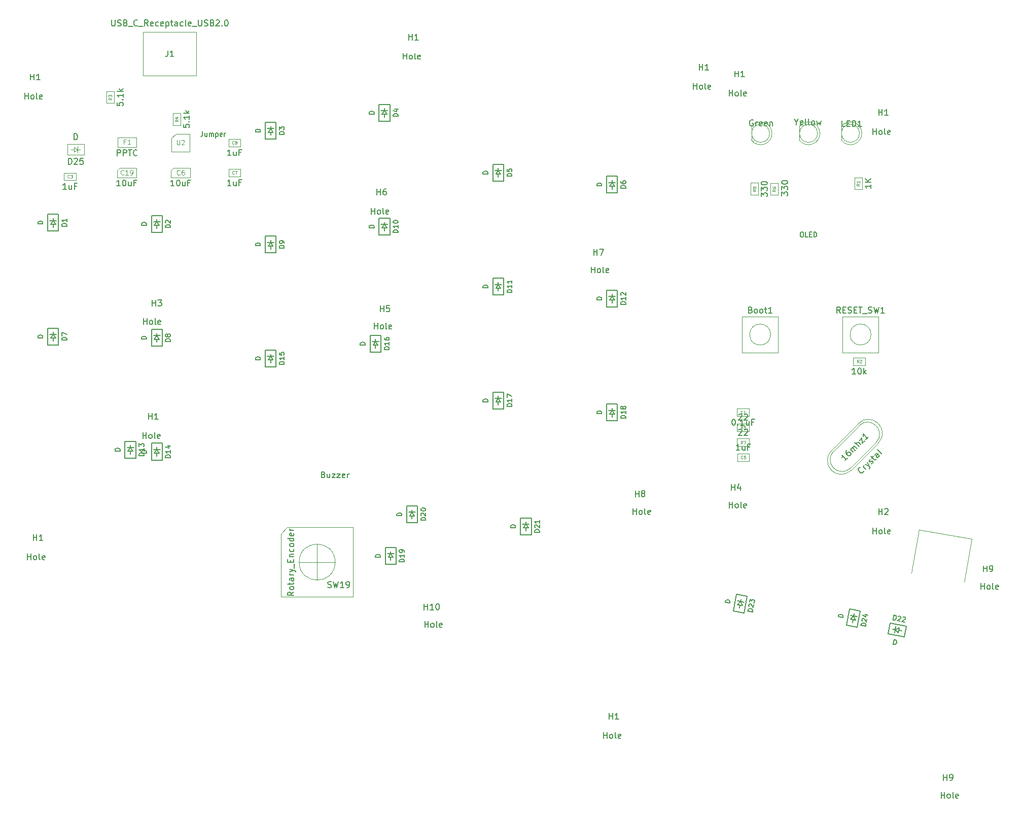
<source format=gbr>
%TF.GenerationSoftware,KiCad,Pcbnew,5.1.9*%
%TF.CreationDate,2021-05-13T19:18:31-05:00*%
%TF.ProjectId,nightwing,6e696768-7477-4696-9e67-2e6b69636164,rev?*%
%TF.SameCoordinates,Original*%
%TF.FileFunction,Other,Fab,Top*%
%FSLAX46Y46*%
G04 Gerber Fmt 4.6, Leading zero omitted, Abs format (unit mm)*
G04 Created by KiCad (PCBNEW 5.1.9) date 2021-05-13 19:18:31*
%MOMM*%
%LPD*%
G01*
G04 APERTURE LIST*
%ADD10C,0.100000*%
%ADD11C,0.160000*%
%ADD12C,0.120000*%
%ADD13C,0.150000*%
%ADD14C,0.152400*%
%ADD15C,0.080000*%
%ADD16C,0.110000*%
G04 APERTURE END LIST*
D10*
%TO.C,J1*%
X41640000Y-13810000D02*
X32700000Y-13810000D01*
X41640000Y-13810000D02*
X41640000Y-6510000D01*
X41640000Y-6510000D02*
X32700000Y-6510000D01*
X32700000Y-13810000D02*
X32700000Y-6510000D01*
%TO.C,J2*%
X160993572Y-96754839D02*
X162261204Y-89565742D01*
X171065386Y-91118157D02*
X162261204Y-89565742D01*
X169797754Y-98307254D02*
X171065386Y-91118157D01*
%TO.C,RESET_SW1*%
X149500000Y-54000000D02*
X149500000Y-60000000D01*
X149500000Y-60000000D02*
X155500000Y-60000000D01*
X155500000Y-60000000D02*
X155500000Y-54000000D01*
X155500000Y-54000000D02*
X149500000Y-54000000D01*
X154250714Y-57000000D02*
G75*
G03*
X154250714Y-57000000I-1750714J0D01*
G01*
%TO.C,Boot1*%
X132740000Y-54010000D02*
X132740000Y-60010000D01*
X132740000Y-60010000D02*
X138740000Y-60010000D01*
X138740000Y-60010000D02*
X138740000Y-54010000D01*
X138740000Y-54010000D02*
X132740000Y-54010000D01*
X137490714Y-57010000D02*
G75*
G03*
X137490714Y-57010000I-1750714J0D01*
G01*
D11*
%TO.C,D24*%
X152433282Y-103087394D02*
X151947068Y-105844855D01*
X151947068Y-105844855D02*
X150174414Y-105532288D01*
X150174414Y-105532288D02*
X150660628Y-102774827D01*
X150660628Y-102774827D02*
X152433282Y-103087394D01*
X151434084Y-103571235D02*
X151364625Y-103965158D01*
X151364625Y-103965158D02*
X151906269Y-104060665D01*
X151364625Y-103965158D02*
X150822981Y-103869652D01*
X151364625Y-103965158D02*
X151654359Y-104625502D01*
X151654359Y-104625502D02*
X150866513Y-104486584D01*
X150866513Y-104486584D02*
X151364625Y-103965158D01*
X151260436Y-104556043D02*
X151173612Y-105048447D01*
%TO.C,D23*%
X133553282Y-100677394D02*
X133067068Y-103434855D01*
X133067068Y-103434855D02*
X131294414Y-103122288D01*
X131294414Y-103122288D02*
X131780628Y-100364827D01*
X131780628Y-100364827D02*
X133553282Y-100677394D01*
X132554084Y-101161235D02*
X132484625Y-101555158D01*
X132484625Y-101555158D02*
X133026269Y-101650665D01*
X132484625Y-101555158D02*
X131942981Y-101459652D01*
X132484625Y-101555158D02*
X132774359Y-102215502D01*
X132774359Y-102215502D02*
X131986513Y-102076584D01*
X131986513Y-102076584D02*
X132484625Y-101555158D01*
X132380436Y-102146043D02*
X132293612Y-102638447D01*
%TO.C,D22*%
X157397394Y-105176718D02*
X160154855Y-105662932D01*
X160154855Y-105662932D02*
X159842288Y-107435586D01*
X159842288Y-107435586D02*
X157084827Y-106949372D01*
X157084827Y-106949372D02*
X157397394Y-105176718D01*
X157881235Y-106175916D02*
X158275158Y-106245375D01*
X158275158Y-106245375D02*
X158370665Y-105703731D01*
X158275158Y-106245375D02*
X158179652Y-106787019D01*
X158275158Y-106245375D02*
X158935502Y-105955641D01*
X158935502Y-105955641D02*
X158796584Y-106743487D01*
X158796584Y-106743487D02*
X158275158Y-106245375D01*
X158866043Y-106349564D02*
X159358447Y-106436388D01*
%TO.C,D21*%
X97537500Y-87600000D02*
X97537500Y-90400000D01*
X97537500Y-90400000D02*
X95737500Y-90400000D01*
X95737500Y-90400000D02*
X95737500Y-87600000D01*
X95737500Y-87600000D02*
X97537500Y-87600000D01*
X96637500Y-88250000D02*
X96637500Y-88650000D01*
X96637500Y-88650000D02*
X97187500Y-88650000D01*
X96637500Y-88650000D02*
X96087500Y-88650000D01*
X96637500Y-88650000D02*
X97037500Y-89250000D01*
X97037500Y-89250000D02*
X96237500Y-89250000D01*
X96237500Y-89250000D02*
X96637500Y-88650000D01*
X96637500Y-89250000D02*
X96637500Y-89750000D01*
%TO.C,D20*%
X78537500Y-85600000D02*
X78537500Y-88400000D01*
X78537500Y-88400000D02*
X76737500Y-88400000D01*
X76737500Y-88400000D02*
X76737500Y-85600000D01*
X76737500Y-85600000D02*
X78537500Y-85600000D01*
X77637500Y-86250000D02*
X77637500Y-86650000D01*
X77637500Y-86650000D02*
X78187500Y-86650000D01*
X77637500Y-86650000D02*
X77087500Y-86650000D01*
X77637500Y-86650000D02*
X78037500Y-87250000D01*
X78037500Y-87250000D02*
X77237500Y-87250000D01*
X77237500Y-87250000D02*
X77637500Y-86650000D01*
X77637500Y-87250000D02*
X77637500Y-87750000D01*
%TO.C,D19*%
X74961710Y-92536498D02*
X74961710Y-95336498D01*
X74961710Y-95336498D02*
X73161710Y-95336498D01*
X73161710Y-95336498D02*
X73161710Y-92536498D01*
X73161710Y-92536498D02*
X74961710Y-92536498D01*
X74061710Y-93186498D02*
X74061710Y-93586498D01*
X74061710Y-93586498D02*
X74611710Y-93586498D01*
X74061710Y-93586498D02*
X73511710Y-93586498D01*
X74061710Y-93586498D02*
X74461710Y-94186498D01*
X74461710Y-94186498D02*
X73661710Y-94186498D01*
X73661710Y-94186498D02*
X74061710Y-93586498D01*
X74061710Y-94186498D02*
X74061710Y-94686498D01*
%TO.C,D18*%
X111925000Y-68591000D02*
X111925000Y-71391000D01*
X111925000Y-71391000D02*
X110125000Y-71391000D01*
X110125000Y-71391000D02*
X110125000Y-68591000D01*
X110125000Y-68591000D02*
X111925000Y-68591000D01*
X111025000Y-69241000D02*
X111025000Y-69641000D01*
X111025000Y-69641000D02*
X111575000Y-69641000D01*
X111025000Y-69641000D02*
X110475000Y-69641000D01*
X111025000Y-69641000D02*
X111425000Y-70241000D01*
X111425000Y-70241000D02*
X110625000Y-70241000D01*
X110625000Y-70241000D02*
X111025000Y-69641000D01*
X111025000Y-70241000D02*
X111025000Y-70741000D01*
%TO.C,D17*%
X92925000Y-66591000D02*
X92925000Y-69391000D01*
X92925000Y-69391000D02*
X91125000Y-69391000D01*
X91125000Y-69391000D02*
X91125000Y-66591000D01*
X91125000Y-66591000D02*
X92925000Y-66591000D01*
X92025000Y-67241000D02*
X92025000Y-67641000D01*
X92025000Y-67641000D02*
X92575000Y-67641000D01*
X92025000Y-67641000D02*
X91475000Y-67641000D01*
X92025000Y-67641000D02*
X92425000Y-68241000D01*
X92425000Y-68241000D02*
X91625000Y-68241000D01*
X91625000Y-68241000D02*
X92025000Y-67641000D01*
X92025000Y-68241000D02*
X92025000Y-68741000D01*
%TO.C,D16*%
X72430487Y-57110854D02*
X72430487Y-59910854D01*
X72430487Y-59910854D02*
X70630487Y-59910854D01*
X70630487Y-59910854D02*
X70630487Y-57110854D01*
X70630487Y-57110854D02*
X72430487Y-57110854D01*
X71530487Y-57760854D02*
X71530487Y-58160854D01*
X71530487Y-58160854D02*
X72080487Y-58160854D01*
X71530487Y-58160854D02*
X70980487Y-58160854D01*
X71530487Y-58160854D02*
X71930487Y-58760854D01*
X71930487Y-58760854D02*
X71130487Y-58760854D01*
X71130487Y-58760854D02*
X71530487Y-58160854D01*
X71530487Y-58760854D02*
X71530487Y-59260854D01*
%TO.C,D15*%
X54925000Y-59591000D02*
X54925000Y-62391000D01*
X54925000Y-62391000D02*
X53125000Y-62391000D01*
X53125000Y-62391000D02*
X53125000Y-59591000D01*
X53125000Y-59591000D02*
X54925000Y-59591000D01*
X54025000Y-60241000D02*
X54025000Y-60641000D01*
X54025000Y-60641000D02*
X54575000Y-60641000D01*
X54025000Y-60641000D02*
X53475000Y-60641000D01*
X54025000Y-60641000D02*
X54425000Y-61241000D01*
X54425000Y-61241000D02*
X53625000Y-61241000D01*
X53625000Y-61241000D02*
X54025000Y-60641000D01*
X54025000Y-61241000D02*
X54025000Y-61741000D01*
%TO.C,D14*%
X35925000Y-75141000D02*
X35925000Y-77941000D01*
X35925000Y-77941000D02*
X34125000Y-77941000D01*
X34125000Y-77941000D02*
X34125000Y-75141000D01*
X34125000Y-75141000D02*
X35925000Y-75141000D01*
X35025000Y-75791000D02*
X35025000Y-76191000D01*
X35025000Y-76191000D02*
X35575000Y-76191000D01*
X35025000Y-76191000D02*
X34475000Y-76191000D01*
X35025000Y-76191000D02*
X35425000Y-76791000D01*
X35425000Y-76791000D02*
X34625000Y-76791000D01*
X34625000Y-76791000D02*
X35025000Y-76191000D01*
X35025000Y-76791000D02*
X35025000Y-77291000D01*
%TO.C,D13*%
X31510000Y-74820000D02*
X31510000Y-77620000D01*
X31510000Y-77620000D02*
X29710000Y-77620000D01*
X29710000Y-77620000D02*
X29710000Y-74820000D01*
X29710000Y-74820000D02*
X31510000Y-74820000D01*
X30610000Y-75470000D02*
X30610000Y-75870000D01*
X30610000Y-75870000D02*
X31160000Y-75870000D01*
X30610000Y-75870000D02*
X30060000Y-75870000D01*
X30610000Y-75870000D02*
X31010000Y-76470000D01*
X31010000Y-76470000D02*
X30210000Y-76470000D01*
X30210000Y-76470000D02*
X30610000Y-75870000D01*
X30610000Y-76470000D02*
X30610000Y-76970000D01*
%TO.C,D12*%
X111925000Y-49591000D02*
X111925000Y-52391000D01*
X111925000Y-52391000D02*
X110125000Y-52391000D01*
X110125000Y-52391000D02*
X110125000Y-49591000D01*
X110125000Y-49591000D02*
X111925000Y-49591000D01*
X111025000Y-50241000D02*
X111025000Y-50641000D01*
X111025000Y-50641000D02*
X111575000Y-50641000D01*
X111025000Y-50641000D02*
X110475000Y-50641000D01*
X111025000Y-50641000D02*
X111425000Y-51241000D01*
X111425000Y-51241000D02*
X110625000Y-51241000D01*
X110625000Y-51241000D02*
X111025000Y-50641000D01*
X111025000Y-51241000D02*
X111025000Y-51741000D01*
%TO.C,D11*%
X92925000Y-47591000D02*
X92925000Y-50391000D01*
X92925000Y-50391000D02*
X91125000Y-50391000D01*
X91125000Y-50391000D02*
X91125000Y-47591000D01*
X91125000Y-47591000D02*
X92925000Y-47591000D01*
X92025000Y-48241000D02*
X92025000Y-48641000D01*
X92025000Y-48641000D02*
X92575000Y-48641000D01*
X92025000Y-48641000D02*
X91475000Y-48641000D01*
X92025000Y-48641000D02*
X92425000Y-49241000D01*
X92425000Y-49241000D02*
X91625000Y-49241000D01*
X91625000Y-49241000D02*
X92025000Y-48641000D01*
X92025000Y-49241000D02*
X92025000Y-49741000D01*
%TO.C,D10*%
X73925000Y-37591000D02*
X73925000Y-40391000D01*
X73925000Y-40391000D02*
X72125000Y-40391000D01*
X72125000Y-40391000D02*
X72125000Y-37591000D01*
X72125000Y-37591000D02*
X73925000Y-37591000D01*
X73025000Y-38241000D02*
X73025000Y-38641000D01*
X73025000Y-38641000D02*
X73575000Y-38641000D01*
X73025000Y-38641000D02*
X72475000Y-38641000D01*
X73025000Y-38641000D02*
X73425000Y-39241000D01*
X73425000Y-39241000D02*
X72625000Y-39241000D01*
X72625000Y-39241000D02*
X73025000Y-38641000D01*
X73025000Y-39241000D02*
X73025000Y-39741000D01*
%TO.C,D9*%
X54925000Y-40591000D02*
X54925000Y-43391000D01*
X54925000Y-43391000D02*
X53125000Y-43391000D01*
X53125000Y-43391000D02*
X53125000Y-40591000D01*
X53125000Y-40591000D02*
X54925000Y-40591000D01*
X54025000Y-41241000D02*
X54025000Y-41641000D01*
X54025000Y-41641000D02*
X54575000Y-41641000D01*
X54025000Y-41641000D02*
X53475000Y-41641000D01*
X54025000Y-41641000D02*
X54425000Y-42241000D01*
X54425000Y-42241000D02*
X53625000Y-42241000D01*
X53625000Y-42241000D02*
X54025000Y-41641000D01*
X54025000Y-42241000D02*
X54025000Y-42741000D01*
%TO.C,D8*%
X35925000Y-56141000D02*
X35925000Y-58941000D01*
X35925000Y-58941000D02*
X34125000Y-58941000D01*
X34125000Y-58941000D02*
X34125000Y-56141000D01*
X34125000Y-56141000D02*
X35925000Y-56141000D01*
X35025000Y-56791000D02*
X35025000Y-57191000D01*
X35025000Y-57191000D02*
X35575000Y-57191000D01*
X35025000Y-57191000D02*
X34475000Y-57191000D01*
X35025000Y-57191000D02*
X35425000Y-57791000D01*
X35425000Y-57791000D02*
X34625000Y-57791000D01*
X34625000Y-57791000D02*
X35025000Y-57191000D01*
X35025000Y-57791000D02*
X35025000Y-58291000D01*
%TO.C,D7*%
X18625000Y-55941000D02*
X18625000Y-58741000D01*
X18625000Y-58741000D02*
X16825000Y-58741000D01*
X16825000Y-58741000D02*
X16825000Y-55941000D01*
X16825000Y-55941000D02*
X18625000Y-55941000D01*
X17725000Y-56591000D02*
X17725000Y-56991000D01*
X17725000Y-56991000D02*
X18275000Y-56991000D01*
X17725000Y-56991000D02*
X17175000Y-56991000D01*
X17725000Y-56991000D02*
X18125000Y-57591000D01*
X18125000Y-57591000D02*
X17325000Y-57591000D01*
X17325000Y-57591000D02*
X17725000Y-56991000D01*
X17725000Y-57591000D02*
X17725000Y-58091000D01*
%TO.C,D6*%
X111925000Y-30591000D02*
X111925000Y-33391000D01*
X111925000Y-33391000D02*
X110125000Y-33391000D01*
X110125000Y-33391000D02*
X110125000Y-30591000D01*
X110125000Y-30591000D02*
X111925000Y-30591000D01*
X111025000Y-31241000D02*
X111025000Y-31641000D01*
X111025000Y-31641000D02*
X111575000Y-31641000D01*
X111025000Y-31641000D02*
X110475000Y-31641000D01*
X111025000Y-31641000D02*
X111425000Y-32241000D01*
X111425000Y-32241000D02*
X110625000Y-32241000D01*
X110625000Y-32241000D02*
X111025000Y-31641000D01*
X111025000Y-32241000D02*
X111025000Y-32741000D01*
%TO.C,D5*%
X92925000Y-28591000D02*
X92925000Y-31391000D01*
X92925000Y-31391000D02*
X91125000Y-31391000D01*
X91125000Y-31391000D02*
X91125000Y-28591000D01*
X91125000Y-28591000D02*
X92925000Y-28591000D01*
X92025000Y-29241000D02*
X92025000Y-29641000D01*
X92025000Y-29641000D02*
X92575000Y-29641000D01*
X92025000Y-29641000D02*
X91475000Y-29641000D01*
X92025000Y-29641000D02*
X92425000Y-30241000D01*
X92425000Y-30241000D02*
X91625000Y-30241000D01*
X91625000Y-30241000D02*
X92025000Y-29641000D01*
X92025000Y-30241000D02*
X92025000Y-30741000D01*
%TO.C,D4*%
X73925000Y-18591000D02*
X73925000Y-21391000D01*
X73925000Y-21391000D02*
X72125000Y-21391000D01*
X72125000Y-21391000D02*
X72125000Y-18591000D01*
X72125000Y-18591000D02*
X73925000Y-18591000D01*
X73025000Y-19241000D02*
X73025000Y-19641000D01*
X73025000Y-19641000D02*
X73575000Y-19641000D01*
X73025000Y-19641000D02*
X72475000Y-19641000D01*
X73025000Y-19641000D02*
X73425000Y-20241000D01*
X73425000Y-20241000D02*
X72625000Y-20241000D01*
X72625000Y-20241000D02*
X73025000Y-19641000D01*
X73025000Y-20241000D02*
X73025000Y-20741000D01*
%TO.C,D3*%
X54925000Y-21591000D02*
X54925000Y-24391000D01*
X54925000Y-24391000D02*
X53125000Y-24391000D01*
X53125000Y-24391000D02*
X53125000Y-21591000D01*
X53125000Y-21591000D02*
X54925000Y-21591000D01*
X54025000Y-22241000D02*
X54025000Y-22641000D01*
X54025000Y-22641000D02*
X54575000Y-22641000D01*
X54025000Y-22641000D02*
X53475000Y-22641000D01*
X54025000Y-22641000D02*
X54425000Y-23241000D01*
X54425000Y-23241000D02*
X53625000Y-23241000D01*
X53625000Y-23241000D02*
X54025000Y-22641000D01*
X54025000Y-23241000D02*
X54025000Y-23741000D01*
%TO.C,D2*%
X35925000Y-37141000D02*
X35925000Y-39941000D01*
X35925000Y-39941000D02*
X34125000Y-39941000D01*
X34125000Y-39941000D02*
X34125000Y-37141000D01*
X34125000Y-37141000D02*
X35925000Y-37141000D01*
X35025000Y-37791000D02*
X35025000Y-38191000D01*
X35025000Y-38191000D02*
X35575000Y-38191000D01*
X35025000Y-38191000D02*
X34475000Y-38191000D01*
X35025000Y-38191000D02*
X35425000Y-38791000D01*
X35425000Y-38791000D02*
X34625000Y-38791000D01*
X34625000Y-38791000D02*
X35025000Y-38191000D01*
X35025000Y-38791000D02*
X35025000Y-39291000D01*
%TO.C,D1*%
X18625000Y-36941000D02*
X18625000Y-39741000D01*
X18625000Y-39741000D02*
X16825000Y-39741000D01*
X16825000Y-39741000D02*
X16825000Y-36941000D01*
X16825000Y-36941000D02*
X18625000Y-36941000D01*
X17725000Y-37591000D02*
X17725000Y-37991000D01*
X17725000Y-37991000D02*
X18275000Y-37991000D01*
X17725000Y-37991000D02*
X17175000Y-37991000D01*
X17725000Y-37991000D02*
X18125000Y-38591000D01*
X18125000Y-38591000D02*
X17325000Y-38591000D01*
X17325000Y-38591000D02*
X17725000Y-37991000D01*
X17725000Y-38591000D02*
X17725000Y-39091000D01*
D10*
%TO.C,D25*%
X22890000Y-27040000D02*
X20090000Y-27040000D01*
X20090000Y-27040000D02*
X20090000Y-25240000D01*
X20090000Y-25240000D02*
X22890000Y-25240000D01*
X22890000Y-25240000D02*
X22890000Y-27040000D01*
X22240000Y-26140000D02*
X21840000Y-26140000D01*
X21840000Y-26140000D02*
X21840000Y-26690000D01*
X21840000Y-26140000D02*
X21840000Y-25590000D01*
X21840000Y-26140000D02*
X21240000Y-26540000D01*
X21240000Y-26540000D02*
X21240000Y-25740000D01*
X21240000Y-25740000D02*
X21840000Y-26140000D01*
X21240000Y-26140000D02*
X20740000Y-26140000D01*
%TO.C,16mhz1*%
X147638576Y-76363378D02*
X152164059Y-71837894D01*
X150926622Y-79651424D02*
X155452106Y-75125941D01*
X148009807Y-76451766D02*
X152252447Y-72209126D01*
X150838234Y-79280193D02*
X155080874Y-75037553D01*
X150926622Y-79651424D02*
G75*
G02*
X147638576Y-76363378I-1644023J1644023D01*
G01*
X155452105Y-75125942D02*
G75*
G03*
X152164059Y-71837894I-1644023J1644024D01*
G01*
X150838233Y-79280194D02*
G75*
G02*
X148009807Y-76451766I-1414213J1414214D01*
G01*
X155080875Y-75037552D02*
G75*
G03*
X152252447Y-72209126I-1414214J1414213D01*
G01*
%TO.C,C5*%
X131920000Y-76875000D02*
X133920000Y-76875000D01*
X131920000Y-78125000D02*
X131920000Y-76875000D01*
X133920000Y-78125000D02*
X131920000Y-78125000D01*
X133920000Y-76875000D02*
X133920000Y-78125000D01*
%TO.C,D27*%
X142320000Y-22263810D02*
X142320000Y-24596190D01*
X145320000Y-23430000D02*
G75*
G03*
X145320000Y-23430000I-1500000J0D01*
G01*
X142319445Y-24595476D02*
G75*
G03*
X142320000Y-22263810I1500555J1165476D01*
G01*
%TO.C,R6*%
X138717277Y-31718401D02*
X138717277Y-33718401D01*
X137467277Y-31718401D02*
X138717277Y-31718401D01*
X137467277Y-33718401D02*
X137467277Y-31718401D01*
X138717277Y-33718401D02*
X137467277Y-33718401D01*
%TO.C,RED1*%
X152320000Y-23430000D02*
G75*
G03*
X152320000Y-23430000I-1500000J0D01*
G01*
X149320000Y-22263810D02*
X149320000Y-24596190D01*
X149319445Y-24595476D02*
G75*
G03*
X149320000Y-22263810I1500555J1165476D01*
G01*
%TO.C,D26*%
X137320000Y-23430000D02*
G75*
G03*
X137320000Y-23430000I-1500000J0D01*
G01*
X134320000Y-22263810D02*
X134320000Y-24596190D01*
X134319445Y-24595476D02*
G75*
G03*
X134320000Y-22263810I1500555J1165476D01*
G01*
%TO.C,R8*%
X135436062Y-33693411D02*
X134186062Y-33693411D01*
X134186062Y-33693411D02*
X134186062Y-31693411D01*
X134186062Y-31693411D02*
X135436062Y-31693411D01*
X135436062Y-31693411D02*
X135436062Y-33693411D01*
D12*
%TO.C,SW19*%
X64790000Y-94970000D02*
G75*
G03*
X64790000Y-94970000I-3000000J0D01*
G01*
X56790000Y-89170000D02*
X67790000Y-89170000D01*
X67790000Y-89170000D02*
X67790000Y-100770000D01*
X67790000Y-100770000D02*
X55790000Y-100770000D01*
X55790000Y-100770000D02*
X55790000Y-90270000D01*
X55790000Y-90270000D02*
X56790000Y-89170000D01*
X61790000Y-91970000D02*
X61790000Y-97970000D01*
X58790000Y-94970000D02*
X64790000Y-94970000D01*
D10*
%TO.C,R4*%
X38985000Y-20070000D02*
X38985000Y-22070000D01*
X37735000Y-20070000D02*
X38985000Y-20070000D01*
X37735000Y-22070000D02*
X37735000Y-20070000D01*
X38985000Y-22070000D02*
X37735000Y-22070000D01*
%TO.C,R3*%
X27905959Y-18412324D02*
X26655959Y-18412324D01*
X26655959Y-18412324D02*
X26655959Y-16412324D01*
X26655959Y-16412324D02*
X27905959Y-16412324D01*
X27905959Y-16412324D02*
X27905959Y-18412324D01*
%TO.C,U2*%
X37500000Y-24250000D02*
X38250000Y-23500000D01*
X37500000Y-26500000D02*
X37500000Y-24250000D01*
X40500000Y-26500000D02*
X37500000Y-26500000D01*
X40500000Y-23500000D02*
X40500000Y-26500000D01*
X38250000Y-23500000D02*
X40500000Y-23500000D01*
%TO.C,R7*%
X131910000Y-74375000D02*
X133910000Y-74375000D01*
X131910000Y-75625000D02*
X131910000Y-74375000D01*
X133910000Y-75625000D02*
X131910000Y-75625000D01*
X133910000Y-74375000D02*
X133910000Y-75625000D01*
%TO.C,R5*%
X131910000Y-71875000D02*
X133910000Y-71875000D01*
X131910000Y-73125000D02*
X131910000Y-71875000D01*
X133910000Y-73125000D02*
X131910000Y-73125000D01*
X133910000Y-71875000D02*
X133910000Y-73125000D01*
%TO.C,R2*%
X153273366Y-62124344D02*
X151273366Y-62124344D01*
X153273366Y-60874344D02*
X153273366Y-62124344D01*
X151273366Y-60874344D02*
X153273366Y-60874344D01*
X151273366Y-62124344D02*
X151273366Y-60874344D01*
%TO.C,R1*%
X152779627Y-30780911D02*
X152779627Y-32780911D01*
X151529627Y-30780911D02*
X152779627Y-30780911D01*
X151529627Y-32780911D02*
X151529627Y-30780911D01*
X152779627Y-32780911D02*
X151529627Y-32780911D01*
%TO.C,F1*%
X31660000Y-25700000D02*
X28460000Y-25700000D01*
X31660000Y-24100000D02*
X31660000Y-25700000D01*
X28460000Y-24100000D02*
X31660000Y-24100000D01*
X28460000Y-25700000D02*
X28460000Y-24100000D01*
%TO.C,C19*%
X31600000Y-30800000D02*
X31600000Y-29200000D01*
X28400000Y-30800000D02*
X31600000Y-30800000D01*
X28400000Y-29600000D02*
X28400000Y-30800000D01*
X28800000Y-29200000D02*
X28400000Y-29600000D01*
X31600000Y-29200000D02*
X28800000Y-29200000D01*
%TO.C,C8*%
X49000000Y-25625000D02*
X47000000Y-25625000D01*
X49000000Y-24375000D02*
X49000000Y-25625000D01*
X47000000Y-24375000D02*
X49000000Y-24375000D01*
X47000000Y-25625000D02*
X47000000Y-24375000D01*
%TO.C,C7*%
X49000000Y-30625000D02*
X47000000Y-30625000D01*
X49000000Y-29375000D02*
X49000000Y-30625000D01*
X47000000Y-29375000D02*
X49000000Y-29375000D01*
X47000000Y-30625000D02*
X47000000Y-29375000D01*
%TO.C,C6*%
X40600000Y-30800000D02*
X40600000Y-29200000D01*
X37400000Y-30800000D02*
X40600000Y-30800000D01*
X37400000Y-29600000D02*
X37400000Y-30800000D01*
X37800000Y-29200000D02*
X37400000Y-29600000D01*
X40600000Y-29200000D02*
X37800000Y-29200000D01*
%TO.C,C3*%
X21531031Y-31280923D02*
X19531031Y-31280923D01*
X21531031Y-30030923D02*
X21531031Y-31280923D01*
X19531031Y-30030923D02*
X21531031Y-30030923D01*
X19531031Y-31280923D02*
X19531031Y-30030923D01*
%TO.C,C1*%
X133910000Y-70625000D02*
X131910000Y-70625000D01*
X133910000Y-69375000D02*
X133910000Y-70625000D01*
X131910000Y-69375000D02*
X133910000Y-69375000D01*
X131910000Y-70625000D02*
X131910000Y-69375000D01*
%TD*%
%TO.C,J1*%
D13*
X27479523Y-4512380D02*
X27479523Y-5321904D01*
X27527142Y-5417142D01*
X27574761Y-5464761D01*
X27670000Y-5512380D01*
X27860476Y-5512380D01*
X27955714Y-5464761D01*
X28003333Y-5417142D01*
X28050952Y-5321904D01*
X28050952Y-4512380D01*
X28479523Y-5464761D02*
X28622380Y-5512380D01*
X28860476Y-5512380D01*
X28955714Y-5464761D01*
X29003333Y-5417142D01*
X29050952Y-5321904D01*
X29050952Y-5226666D01*
X29003333Y-5131428D01*
X28955714Y-5083809D01*
X28860476Y-5036190D01*
X28670000Y-4988571D01*
X28574761Y-4940952D01*
X28527142Y-4893333D01*
X28479523Y-4798095D01*
X28479523Y-4702857D01*
X28527142Y-4607619D01*
X28574761Y-4560000D01*
X28670000Y-4512380D01*
X28908095Y-4512380D01*
X29050952Y-4560000D01*
X29812857Y-4988571D02*
X29955714Y-5036190D01*
X30003333Y-5083809D01*
X30050952Y-5179047D01*
X30050952Y-5321904D01*
X30003333Y-5417142D01*
X29955714Y-5464761D01*
X29860476Y-5512380D01*
X29479523Y-5512380D01*
X29479523Y-4512380D01*
X29812857Y-4512380D01*
X29908095Y-4560000D01*
X29955714Y-4607619D01*
X30003333Y-4702857D01*
X30003333Y-4798095D01*
X29955714Y-4893333D01*
X29908095Y-4940952D01*
X29812857Y-4988571D01*
X29479523Y-4988571D01*
X30241428Y-5607619D02*
X31003333Y-5607619D01*
X31812857Y-5417142D02*
X31765238Y-5464761D01*
X31622380Y-5512380D01*
X31527142Y-5512380D01*
X31384285Y-5464761D01*
X31289047Y-5369523D01*
X31241428Y-5274285D01*
X31193809Y-5083809D01*
X31193809Y-4940952D01*
X31241428Y-4750476D01*
X31289047Y-4655238D01*
X31384285Y-4560000D01*
X31527142Y-4512380D01*
X31622380Y-4512380D01*
X31765238Y-4560000D01*
X31812857Y-4607619D01*
X32003333Y-5607619D02*
X32765238Y-5607619D01*
X33574761Y-5512380D02*
X33241428Y-5036190D01*
X33003333Y-5512380D02*
X33003333Y-4512380D01*
X33384285Y-4512380D01*
X33479523Y-4560000D01*
X33527142Y-4607619D01*
X33574761Y-4702857D01*
X33574761Y-4845714D01*
X33527142Y-4940952D01*
X33479523Y-4988571D01*
X33384285Y-5036190D01*
X33003333Y-5036190D01*
X34384285Y-5464761D02*
X34289047Y-5512380D01*
X34098571Y-5512380D01*
X34003333Y-5464761D01*
X33955714Y-5369523D01*
X33955714Y-4988571D01*
X34003333Y-4893333D01*
X34098571Y-4845714D01*
X34289047Y-4845714D01*
X34384285Y-4893333D01*
X34431904Y-4988571D01*
X34431904Y-5083809D01*
X33955714Y-5179047D01*
X35289047Y-5464761D02*
X35193809Y-5512380D01*
X35003333Y-5512380D01*
X34908095Y-5464761D01*
X34860476Y-5417142D01*
X34812857Y-5321904D01*
X34812857Y-5036190D01*
X34860476Y-4940952D01*
X34908095Y-4893333D01*
X35003333Y-4845714D01*
X35193809Y-4845714D01*
X35289047Y-4893333D01*
X36098571Y-5464761D02*
X36003333Y-5512380D01*
X35812857Y-5512380D01*
X35717619Y-5464761D01*
X35670000Y-5369523D01*
X35670000Y-4988571D01*
X35717619Y-4893333D01*
X35812857Y-4845714D01*
X36003333Y-4845714D01*
X36098571Y-4893333D01*
X36146190Y-4988571D01*
X36146190Y-5083809D01*
X35670000Y-5179047D01*
X36574761Y-4845714D02*
X36574761Y-5845714D01*
X36574761Y-4893333D02*
X36670000Y-4845714D01*
X36860476Y-4845714D01*
X36955714Y-4893333D01*
X37003333Y-4940952D01*
X37050952Y-5036190D01*
X37050952Y-5321904D01*
X37003333Y-5417142D01*
X36955714Y-5464761D01*
X36860476Y-5512380D01*
X36670000Y-5512380D01*
X36574761Y-5464761D01*
X37336666Y-4845714D02*
X37717619Y-4845714D01*
X37479523Y-4512380D02*
X37479523Y-5369523D01*
X37527142Y-5464761D01*
X37622380Y-5512380D01*
X37717619Y-5512380D01*
X38479523Y-5512380D02*
X38479523Y-4988571D01*
X38431904Y-4893333D01*
X38336666Y-4845714D01*
X38146190Y-4845714D01*
X38050952Y-4893333D01*
X38479523Y-5464761D02*
X38384285Y-5512380D01*
X38146190Y-5512380D01*
X38050952Y-5464761D01*
X38003333Y-5369523D01*
X38003333Y-5274285D01*
X38050952Y-5179047D01*
X38146190Y-5131428D01*
X38384285Y-5131428D01*
X38479523Y-5083809D01*
X39384285Y-5464761D02*
X39289047Y-5512380D01*
X39098571Y-5512380D01*
X39003333Y-5464761D01*
X38955714Y-5417142D01*
X38908095Y-5321904D01*
X38908095Y-5036190D01*
X38955714Y-4940952D01*
X39003333Y-4893333D01*
X39098571Y-4845714D01*
X39289047Y-4845714D01*
X39384285Y-4893333D01*
X39955714Y-5512380D02*
X39860476Y-5464761D01*
X39812857Y-5369523D01*
X39812857Y-4512380D01*
X40717619Y-5464761D02*
X40622380Y-5512380D01*
X40431904Y-5512380D01*
X40336666Y-5464761D01*
X40289047Y-5369523D01*
X40289047Y-4988571D01*
X40336666Y-4893333D01*
X40431904Y-4845714D01*
X40622380Y-4845714D01*
X40717619Y-4893333D01*
X40765238Y-4988571D01*
X40765238Y-5083809D01*
X40289047Y-5179047D01*
X40955714Y-5607619D02*
X41717619Y-5607619D01*
X41955714Y-4512380D02*
X41955714Y-5321904D01*
X42003333Y-5417142D01*
X42050952Y-5464761D01*
X42146190Y-5512380D01*
X42336666Y-5512380D01*
X42431904Y-5464761D01*
X42479523Y-5417142D01*
X42527142Y-5321904D01*
X42527142Y-4512380D01*
X42955714Y-5464761D02*
X43098571Y-5512380D01*
X43336666Y-5512380D01*
X43431904Y-5464761D01*
X43479523Y-5417142D01*
X43527142Y-5321904D01*
X43527142Y-5226666D01*
X43479523Y-5131428D01*
X43431904Y-5083809D01*
X43336666Y-5036190D01*
X43146190Y-4988571D01*
X43050952Y-4940952D01*
X43003333Y-4893333D01*
X42955714Y-4798095D01*
X42955714Y-4702857D01*
X43003333Y-4607619D01*
X43050952Y-4560000D01*
X43146190Y-4512380D01*
X43384285Y-4512380D01*
X43527142Y-4560000D01*
X44289047Y-4988571D02*
X44431904Y-5036190D01*
X44479523Y-5083809D01*
X44527142Y-5179047D01*
X44527142Y-5321904D01*
X44479523Y-5417142D01*
X44431904Y-5464761D01*
X44336666Y-5512380D01*
X43955714Y-5512380D01*
X43955714Y-4512380D01*
X44289047Y-4512380D01*
X44384285Y-4560000D01*
X44431904Y-4607619D01*
X44479523Y-4702857D01*
X44479523Y-4798095D01*
X44431904Y-4893333D01*
X44384285Y-4940952D01*
X44289047Y-4988571D01*
X43955714Y-4988571D01*
X44908095Y-4607619D02*
X44955714Y-4560000D01*
X45050952Y-4512380D01*
X45289047Y-4512380D01*
X45384285Y-4560000D01*
X45431904Y-4607619D01*
X45479523Y-4702857D01*
X45479523Y-4798095D01*
X45431904Y-4940952D01*
X44860476Y-5512380D01*
X45479523Y-5512380D01*
X45908095Y-5417142D02*
X45955714Y-5464761D01*
X45908095Y-5512380D01*
X45860476Y-5464761D01*
X45908095Y-5417142D01*
X45908095Y-5512380D01*
X46574761Y-4512380D02*
X46669999Y-4512380D01*
X46765238Y-4560000D01*
X46812857Y-4607619D01*
X46860476Y-4702857D01*
X46908095Y-4893333D01*
X46908095Y-5131428D01*
X46860476Y-5321904D01*
X46812857Y-5417142D01*
X46765238Y-5464761D01*
X46669999Y-5512380D01*
X46574761Y-5512380D01*
X46479523Y-5464761D01*
X46431904Y-5417142D01*
X46384285Y-5321904D01*
X46336666Y-5131428D01*
X46336666Y-4893333D01*
X46384285Y-4702857D01*
X46431904Y-4607619D01*
X46479523Y-4560000D01*
X46574761Y-4512380D01*
X36836666Y-9612380D02*
X36836666Y-10326666D01*
X36789047Y-10469523D01*
X36693809Y-10564761D01*
X36550952Y-10612380D01*
X36455714Y-10612380D01*
X37836666Y-10612380D02*
X37265238Y-10612380D01*
X37550952Y-10612380D02*
X37550952Y-9612380D01*
X37455714Y-9755238D01*
X37360476Y-9850476D01*
X37265238Y-9898095D01*
%TO.C,J3*%
D14*
X142629504Y-39904895D02*
X142784323Y-39904895D01*
X142861733Y-39943600D01*
X142939142Y-40021009D01*
X142977847Y-40175828D01*
X142977847Y-40446761D01*
X142939142Y-40601580D01*
X142861733Y-40678990D01*
X142784323Y-40717695D01*
X142629504Y-40717695D01*
X142552095Y-40678990D01*
X142474685Y-40601580D01*
X142435980Y-40446761D01*
X142435980Y-40175828D01*
X142474685Y-40021009D01*
X142552095Y-39943600D01*
X142629504Y-39904895D01*
X143713238Y-40717695D02*
X143326190Y-40717695D01*
X143326190Y-39904895D01*
X143984171Y-40291942D02*
X144255104Y-40291942D01*
X144371219Y-40717695D02*
X143984171Y-40717695D01*
X143984171Y-39904895D01*
X144371219Y-39904895D01*
X144719561Y-40717695D02*
X144719561Y-39904895D01*
X144913085Y-39904895D01*
X145029200Y-39943600D01*
X145106609Y-40021009D01*
X145145314Y-40098419D01*
X145184019Y-40253238D01*
X145184019Y-40369352D01*
X145145314Y-40524171D01*
X145106609Y-40601580D01*
X145029200Y-40678990D01*
X144913085Y-40717695D01*
X144719561Y-40717695D01*
%TO.C,H8*%
D13*
X114538941Y-86995241D02*
X114538941Y-85995241D01*
X114538941Y-86471432D02*
X115110370Y-86471432D01*
X115110370Y-86995241D02*
X115110370Y-85995241D01*
X115729417Y-86995241D02*
X115634179Y-86947622D01*
X115586560Y-86900003D01*
X115538941Y-86804765D01*
X115538941Y-86519051D01*
X115586560Y-86423813D01*
X115634179Y-86376194D01*
X115729417Y-86328575D01*
X115872274Y-86328575D01*
X115967513Y-86376194D01*
X116015132Y-86423813D01*
X116062751Y-86519051D01*
X116062751Y-86804765D01*
X116015132Y-86900003D01*
X115967513Y-86947622D01*
X115872274Y-86995241D01*
X115729417Y-86995241D01*
X116634179Y-86995241D02*
X116538941Y-86947622D01*
X116491322Y-86852384D01*
X116491322Y-85995241D01*
X117396084Y-86947622D02*
X117300846Y-86995241D01*
X117110370Y-86995241D01*
X117015132Y-86947622D01*
X116967513Y-86852384D01*
X116967513Y-86471432D01*
X117015132Y-86376194D01*
X117110370Y-86328575D01*
X117300846Y-86328575D01*
X117396084Y-86376194D01*
X117443703Y-86471432D01*
X117443703Y-86566670D01*
X116967513Y-86661908D01*
X114923108Y-84047741D02*
X114923108Y-83047741D01*
X114923108Y-83523932D02*
X115494536Y-83523932D01*
X115494536Y-84047741D02*
X115494536Y-83047741D01*
X116113584Y-83476313D02*
X116018346Y-83428694D01*
X115970727Y-83381075D01*
X115923108Y-83285837D01*
X115923108Y-83238218D01*
X115970727Y-83142980D01*
X116018346Y-83095361D01*
X116113584Y-83047741D01*
X116304060Y-83047741D01*
X116399298Y-83095361D01*
X116446917Y-83142980D01*
X116494536Y-83238218D01*
X116494536Y-83285837D01*
X116446917Y-83381075D01*
X116399298Y-83428694D01*
X116304060Y-83476313D01*
X116113584Y-83476313D01*
X116018346Y-83523932D01*
X115970727Y-83571551D01*
X115923108Y-83666789D01*
X115923108Y-83857265D01*
X115970727Y-83952503D01*
X116018346Y-84000122D01*
X116113584Y-84047741D01*
X116304060Y-84047741D01*
X116399298Y-84000122D01*
X116446917Y-83952503D01*
X116494536Y-83857265D01*
X116494536Y-83666789D01*
X116446917Y-83571551D01*
X116399298Y-83523932D01*
X116304060Y-83476313D01*
%TO.C,BZ1*%
X62819660Y-80368759D02*
X62962517Y-80416378D01*
X63010136Y-80463997D01*
X63057755Y-80559235D01*
X63057755Y-80702092D01*
X63010136Y-80797330D01*
X62962517Y-80844949D01*
X62867279Y-80892568D01*
X62486327Y-80892568D01*
X62486327Y-79892568D01*
X62819660Y-79892568D01*
X62914898Y-79940188D01*
X62962517Y-79987807D01*
X63010136Y-80083045D01*
X63010136Y-80178283D01*
X62962517Y-80273521D01*
X62914898Y-80321140D01*
X62819660Y-80368759D01*
X62486327Y-80368759D01*
X63914898Y-80225902D02*
X63914898Y-80892568D01*
X63486327Y-80225902D02*
X63486327Y-80749711D01*
X63533946Y-80844949D01*
X63629184Y-80892568D01*
X63772041Y-80892568D01*
X63867279Y-80844949D01*
X63914898Y-80797330D01*
X64295851Y-80225902D02*
X64819660Y-80225902D01*
X64295851Y-80892568D01*
X64819660Y-80892568D01*
X65105374Y-80225902D02*
X65629184Y-80225902D01*
X65105374Y-80892568D01*
X65629184Y-80892568D01*
X66391089Y-80844949D02*
X66295851Y-80892568D01*
X66105374Y-80892568D01*
X66010136Y-80844949D01*
X65962517Y-80749711D01*
X65962517Y-80368759D01*
X66010136Y-80273521D01*
X66105374Y-80225902D01*
X66295851Y-80225902D01*
X66391089Y-80273521D01*
X66438708Y-80368759D01*
X66438708Y-80463997D01*
X65962517Y-80559235D01*
X66867279Y-80892568D02*
X66867279Y-80225902D01*
X66867279Y-80416378D02*
X66914898Y-80321140D01*
X66962517Y-80273521D01*
X67057755Y-80225902D01*
X67152993Y-80225902D01*
%TO.C,RESET_SW1*%
X149142857Y-53402380D02*
X148809523Y-52926190D01*
X148571428Y-53402380D02*
X148571428Y-52402380D01*
X148952380Y-52402380D01*
X149047619Y-52450000D01*
X149095238Y-52497619D01*
X149142857Y-52592857D01*
X149142857Y-52735714D01*
X149095238Y-52830952D01*
X149047619Y-52878571D01*
X148952380Y-52926190D01*
X148571428Y-52926190D01*
X149571428Y-52878571D02*
X149904761Y-52878571D01*
X150047619Y-53402380D02*
X149571428Y-53402380D01*
X149571428Y-52402380D01*
X150047619Y-52402380D01*
X150428571Y-53354761D02*
X150571428Y-53402380D01*
X150809523Y-53402380D01*
X150904761Y-53354761D01*
X150952380Y-53307142D01*
X151000000Y-53211904D01*
X151000000Y-53116666D01*
X150952380Y-53021428D01*
X150904761Y-52973809D01*
X150809523Y-52926190D01*
X150619047Y-52878571D01*
X150523809Y-52830952D01*
X150476190Y-52783333D01*
X150428571Y-52688095D01*
X150428571Y-52592857D01*
X150476190Y-52497619D01*
X150523809Y-52450000D01*
X150619047Y-52402380D01*
X150857142Y-52402380D01*
X151000000Y-52450000D01*
X151428571Y-52878571D02*
X151761904Y-52878571D01*
X151904761Y-53402380D02*
X151428571Y-53402380D01*
X151428571Y-52402380D01*
X151904761Y-52402380D01*
X152190476Y-52402380D02*
X152761904Y-52402380D01*
X152476190Y-53402380D02*
X152476190Y-52402380D01*
X152857142Y-53497619D02*
X153619047Y-53497619D01*
X153809523Y-53354761D02*
X153952380Y-53402380D01*
X154190476Y-53402380D01*
X154285714Y-53354761D01*
X154333333Y-53307142D01*
X154380952Y-53211904D01*
X154380952Y-53116666D01*
X154333333Y-53021428D01*
X154285714Y-52973809D01*
X154190476Y-52926190D01*
X154000000Y-52878571D01*
X153904761Y-52830952D01*
X153857142Y-52783333D01*
X153809523Y-52688095D01*
X153809523Y-52592857D01*
X153857142Y-52497619D01*
X153904761Y-52450000D01*
X154000000Y-52402380D01*
X154238095Y-52402380D01*
X154380952Y-52450000D01*
X154714285Y-52402380D02*
X154952380Y-53402380D01*
X155142857Y-52688095D01*
X155333333Y-53402380D01*
X155571428Y-52402380D01*
X156476190Y-53402380D02*
X155904761Y-53402380D01*
X156190476Y-53402380D02*
X156190476Y-52402380D01*
X156095238Y-52545238D01*
X156000000Y-52640476D01*
X155904761Y-52688095D01*
%TO.C,Boot1*%
X134144761Y-52888571D02*
X134287619Y-52936190D01*
X134335238Y-52983809D01*
X134382857Y-53079047D01*
X134382857Y-53221904D01*
X134335238Y-53317142D01*
X134287619Y-53364761D01*
X134192380Y-53412380D01*
X133811428Y-53412380D01*
X133811428Y-52412380D01*
X134144761Y-52412380D01*
X134240000Y-52460000D01*
X134287619Y-52507619D01*
X134335238Y-52602857D01*
X134335238Y-52698095D01*
X134287619Y-52793333D01*
X134240000Y-52840952D01*
X134144761Y-52888571D01*
X133811428Y-52888571D01*
X134954285Y-53412380D02*
X134859047Y-53364761D01*
X134811428Y-53317142D01*
X134763809Y-53221904D01*
X134763809Y-52936190D01*
X134811428Y-52840952D01*
X134859047Y-52793333D01*
X134954285Y-52745714D01*
X135097142Y-52745714D01*
X135192380Y-52793333D01*
X135240000Y-52840952D01*
X135287619Y-52936190D01*
X135287619Y-53221904D01*
X135240000Y-53317142D01*
X135192380Y-53364761D01*
X135097142Y-53412380D01*
X134954285Y-53412380D01*
X135859047Y-53412380D02*
X135763809Y-53364761D01*
X135716190Y-53317142D01*
X135668571Y-53221904D01*
X135668571Y-52936190D01*
X135716190Y-52840952D01*
X135763809Y-52793333D01*
X135859047Y-52745714D01*
X136001904Y-52745714D01*
X136097142Y-52793333D01*
X136144761Y-52840952D01*
X136192380Y-52936190D01*
X136192380Y-53221904D01*
X136144761Y-53317142D01*
X136097142Y-53364761D01*
X136001904Y-53412380D01*
X135859047Y-53412380D01*
X136478095Y-52745714D02*
X136859047Y-52745714D01*
X136620952Y-52412380D02*
X136620952Y-53269523D01*
X136668571Y-53364761D01*
X136763809Y-53412380D01*
X136859047Y-53412380D01*
X137716190Y-53412380D02*
X137144761Y-53412380D01*
X137430476Y-53412380D02*
X137430476Y-52412380D01*
X137335238Y-52555238D01*
X137240000Y-52650476D01*
X137144761Y-52698095D01*
%TO.C,JP1*%
D14*
X42658933Y-23126155D02*
X42658933Y-23706726D01*
X42620228Y-23822840D01*
X42542819Y-23900250D01*
X42426704Y-23938955D01*
X42349295Y-23938955D01*
X43394323Y-23397088D02*
X43394323Y-23938955D01*
X43045980Y-23397088D02*
X43045980Y-23822840D01*
X43084685Y-23900250D01*
X43162095Y-23938955D01*
X43278209Y-23938955D01*
X43355619Y-23900250D01*
X43394323Y-23861545D01*
X43781371Y-23938955D02*
X43781371Y-23397088D01*
X43781371Y-23474498D02*
X43820076Y-23435793D01*
X43897485Y-23397088D01*
X44013600Y-23397088D01*
X44091009Y-23435793D01*
X44129714Y-23513202D01*
X44129714Y-23938955D01*
X44129714Y-23513202D02*
X44168419Y-23435793D01*
X44245828Y-23397088D01*
X44361942Y-23397088D01*
X44439352Y-23435793D01*
X44478057Y-23513202D01*
X44478057Y-23938955D01*
X44865104Y-23397088D02*
X44865104Y-24209888D01*
X44865104Y-23435793D02*
X44942514Y-23397088D01*
X45097333Y-23397088D01*
X45174742Y-23435793D01*
X45213447Y-23474498D01*
X45252152Y-23551907D01*
X45252152Y-23784136D01*
X45213447Y-23861545D01*
X45174742Y-23900250D01*
X45097333Y-23938955D01*
X44942514Y-23938955D01*
X44865104Y-23900250D01*
X45910133Y-23900250D02*
X45832723Y-23938955D01*
X45677904Y-23938955D01*
X45600495Y-23900250D01*
X45561790Y-23822840D01*
X45561790Y-23513202D01*
X45600495Y-23435793D01*
X45677904Y-23397088D01*
X45832723Y-23397088D01*
X45910133Y-23435793D01*
X45948838Y-23513202D01*
X45948838Y-23590612D01*
X45561790Y-23668021D01*
X46297180Y-23938955D02*
X46297180Y-23397088D01*
X46297180Y-23551907D02*
X46335885Y-23474498D01*
X46374590Y-23435793D01*
X46452000Y-23397088D01*
X46529409Y-23397088D01*
%TO.C,D24*%
X149560895Y-104218671D02*
X148760443Y-104077530D01*
X148794048Y-103886946D01*
X148852328Y-103779317D01*
X148942004Y-103716526D01*
X149024958Y-103691851D01*
X149184146Y-103680618D01*
X149298496Y-103700781D01*
X149444242Y-103765782D01*
X149513755Y-103817341D01*
X149576546Y-103907016D01*
X149594500Y-104028087D01*
X149560895Y-104218671D01*
X153365706Y-105675599D02*
X152565254Y-105534458D01*
X152598859Y-105343874D01*
X152657139Y-105236245D01*
X152746814Y-105173454D01*
X152829769Y-105148779D01*
X152988957Y-105137546D01*
X153103307Y-105157709D01*
X153249053Y-105222710D01*
X153318566Y-105274269D01*
X153381357Y-105363944D01*
X153399311Y-105485015D01*
X153365706Y-105675599D01*
X152775908Y-104785565D02*
X152744512Y-104740727D01*
X152719837Y-104657773D01*
X152753442Y-104467189D01*
X152805001Y-104397677D01*
X152849839Y-104366281D01*
X152932793Y-104341606D01*
X153009027Y-104355048D01*
X153116656Y-104413328D01*
X153493405Y-104951381D01*
X153580778Y-104455863D01*
X153168122Y-103675668D02*
X153701756Y-103769762D01*
X152829583Y-103812483D02*
X153367729Y-104103882D01*
X153455102Y-103608364D01*
%TO.C,D23*%
X130680895Y-101808671D02*
X129880443Y-101667530D01*
X129914048Y-101476946D01*
X129972328Y-101369317D01*
X130062004Y-101306526D01*
X130144958Y-101281851D01*
X130304146Y-101270618D01*
X130418496Y-101290781D01*
X130564242Y-101355782D01*
X130633755Y-101407341D01*
X130696546Y-101497016D01*
X130714500Y-101618087D01*
X130680895Y-101808671D01*
X134485706Y-103265599D02*
X133685254Y-103124458D01*
X133718859Y-102933874D01*
X133777139Y-102826245D01*
X133866814Y-102763454D01*
X133949769Y-102738779D01*
X134108957Y-102727546D01*
X134223307Y-102747709D01*
X134369053Y-102812710D01*
X134438566Y-102864269D01*
X134501357Y-102953944D01*
X134519311Y-103075015D01*
X134485706Y-103265599D01*
X133895908Y-102375565D02*
X133864512Y-102330727D01*
X133839837Y-102247773D01*
X133873442Y-102057189D01*
X133925001Y-101987677D01*
X133969839Y-101956281D01*
X134052793Y-101931606D01*
X134129027Y-101945048D01*
X134236656Y-102003328D01*
X134613405Y-102541381D01*
X134700778Y-102045863D01*
X133947374Y-101637905D02*
X134034747Y-101142387D01*
X134292634Y-101462972D01*
X134312797Y-101348622D01*
X134364355Y-101279110D01*
X134409193Y-101247714D01*
X134492148Y-101223039D01*
X134682731Y-101256644D01*
X134752244Y-101308203D01*
X134783640Y-101353041D01*
X134808314Y-101435995D01*
X134767988Y-101664696D01*
X134716430Y-101734208D01*
X134671592Y-101765604D01*
%TO.C,D22*%
X157981688Y-108699391D02*
X158122829Y-107898939D01*
X158313413Y-107932544D01*
X158421042Y-107990824D01*
X158483833Y-108080500D01*
X158508508Y-108163454D01*
X158519741Y-108322642D01*
X158499578Y-108436992D01*
X158434577Y-108582738D01*
X158383018Y-108652251D01*
X158293343Y-108715042D01*
X158172272Y-108732996D01*
X157981688Y-108699391D01*
X157913946Y-104625740D02*
X158055087Y-103825288D01*
X158245671Y-103858893D01*
X158353300Y-103917173D01*
X158416091Y-104006848D01*
X158440766Y-104089803D01*
X158451999Y-104248991D01*
X158431836Y-104363341D01*
X158366835Y-104509087D01*
X158315276Y-104578600D01*
X158225601Y-104641391D01*
X158104530Y-104659345D01*
X157913946Y-104625740D01*
X158803980Y-104035942D02*
X158848818Y-104004546D01*
X158931772Y-103979871D01*
X159122356Y-104013476D01*
X159191868Y-104065035D01*
X159223264Y-104109873D01*
X159247939Y-104192827D01*
X159234497Y-104269061D01*
X159176217Y-104376690D01*
X158638164Y-104753439D01*
X159133682Y-104840812D01*
X159566315Y-104170362D02*
X159611153Y-104138966D01*
X159694107Y-104114292D01*
X159884691Y-104147897D01*
X159954203Y-104199455D01*
X159985599Y-104244293D01*
X160010274Y-104327248D01*
X159996832Y-104403481D01*
X159938552Y-104511110D01*
X159400499Y-104887859D01*
X159896017Y-104975232D01*
%TO.C,D21*%
X94905195Y-89212876D02*
X94092395Y-89212876D01*
X94092395Y-89019352D01*
X94131100Y-88903238D01*
X94208509Y-88825828D01*
X94285919Y-88787123D01*
X94440738Y-88748419D01*
X94556852Y-88748419D01*
X94711671Y-88787123D01*
X94789080Y-88825828D01*
X94866490Y-88903238D01*
X94905195Y-89019352D01*
X94905195Y-89212876D01*
X98905195Y-89986971D02*
X98092395Y-89986971D01*
X98092395Y-89793447D01*
X98131100Y-89677333D01*
X98208509Y-89599923D01*
X98285919Y-89561219D01*
X98440738Y-89522514D01*
X98556852Y-89522514D01*
X98711671Y-89561219D01*
X98789080Y-89599923D01*
X98866490Y-89677333D01*
X98905195Y-89793447D01*
X98905195Y-89986971D01*
X98169804Y-89212876D02*
X98131100Y-89174171D01*
X98092395Y-89096761D01*
X98092395Y-88903238D01*
X98131100Y-88825828D01*
X98169804Y-88787123D01*
X98247214Y-88748419D01*
X98324623Y-88748419D01*
X98440738Y-88787123D01*
X98905195Y-89251580D01*
X98905195Y-88748419D01*
X98905195Y-87974323D02*
X98905195Y-88438780D01*
X98905195Y-88206552D02*
X98092395Y-88206552D01*
X98208509Y-88283961D01*
X98285919Y-88361371D01*
X98324623Y-88438780D01*
%TO.C,D20*%
X75905195Y-87212876D02*
X75092395Y-87212876D01*
X75092395Y-87019352D01*
X75131100Y-86903238D01*
X75208509Y-86825828D01*
X75285919Y-86787123D01*
X75440738Y-86748419D01*
X75556852Y-86748419D01*
X75711671Y-86787123D01*
X75789080Y-86825828D01*
X75866490Y-86903238D01*
X75905195Y-87019352D01*
X75905195Y-87212876D01*
X79905195Y-87986971D02*
X79092395Y-87986971D01*
X79092395Y-87793447D01*
X79131100Y-87677333D01*
X79208509Y-87599923D01*
X79285919Y-87561219D01*
X79440738Y-87522514D01*
X79556852Y-87522514D01*
X79711671Y-87561219D01*
X79789080Y-87599923D01*
X79866490Y-87677333D01*
X79905195Y-87793447D01*
X79905195Y-87986971D01*
X79169804Y-87212876D02*
X79131100Y-87174171D01*
X79092395Y-87096761D01*
X79092395Y-86903238D01*
X79131100Y-86825828D01*
X79169804Y-86787123D01*
X79247214Y-86748419D01*
X79324623Y-86748419D01*
X79440738Y-86787123D01*
X79905195Y-87251580D01*
X79905195Y-86748419D01*
X79092395Y-86245257D02*
X79092395Y-86167847D01*
X79131100Y-86090438D01*
X79169804Y-86051733D01*
X79247214Y-86013028D01*
X79402033Y-85974323D01*
X79595557Y-85974323D01*
X79750376Y-86013028D01*
X79827785Y-86051733D01*
X79866490Y-86090438D01*
X79905195Y-86167847D01*
X79905195Y-86245257D01*
X79866490Y-86322666D01*
X79827785Y-86361371D01*
X79750376Y-86400076D01*
X79595557Y-86438780D01*
X79402033Y-86438780D01*
X79247214Y-86400076D01*
X79169804Y-86361371D01*
X79131100Y-86322666D01*
X79092395Y-86245257D01*
%TO.C,D19*%
X72329405Y-94149374D02*
X71516605Y-94149374D01*
X71516605Y-93955850D01*
X71555310Y-93839736D01*
X71632719Y-93762326D01*
X71710129Y-93723621D01*
X71864948Y-93684917D01*
X71981062Y-93684917D01*
X72135881Y-93723621D01*
X72213290Y-93762326D01*
X72290700Y-93839736D01*
X72329405Y-93955850D01*
X72329405Y-94149374D01*
X76329405Y-94923469D02*
X75516605Y-94923469D01*
X75516605Y-94729945D01*
X75555310Y-94613831D01*
X75632719Y-94536421D01*
X75710129Y-94497717D01*
X75864948Y-94459012D01*
X75981062Y-94459012D01*
X76135881Y-94497717D01*
X76213290Y-94536421D01*
X76290700Y-94613831D01*
X76329405Y-94729945D01*
X76329405Y-94923469D01*
X76329405Y-93684917D02*
X76329405Y-94149374D01*
X76329405Y-93917145D02*
X75516605Y-93917145D01*
X75632719Y-93994555D01*
X75710129Y-94071964D01*
X75748833Y-94149374D01*
X76329405Y-93297869D02*
X76329405Y-93143050D01*
X76290700Y-93065640D01*
X76251995Y-93026936D01*
X76135881Y-92949526D01*
X75981062Y-92910821D01*
X75671424Y-92910821D01*
X75594014Y-92949526D01*
X75555310Y-92988231D01*
X75516605Y-93065640D01*
X75516605Y-93220459D01*
X75555310Y-93297869D01*
X75594014Y-93336574D01*
X75671424Y-93375278D01*
X75864948Y-93375278D01*
X75942357Y-93336574D01*
X75981062Y-93297869D01*
X76019767Y-93220459D01*
X76019767Y-93065640D01*
X75981062Y-92988231D01*
X75942357Y-92949526D01*
X75864948Y-92910821D01*
%TO.C,D18*%
X109292695Y-70203876D02*
X108479895Y-70203876D01*
X108479895Y-70010352D01*
X108518600Y-69894238D01*
X108596009Y-69816828D01*
X108673419Y-69778123D01*
X108828238Y-69739419D01*
X108944352Y-69739419D01*
X109099171Y-69778123D01*
X109176580Y-69816828D01*
X109253990Y-69894238D01*
X109292695Y-70010352D01*
X109292695Y-70203876D01*
X113292695Y-70977971D02*
X112479895Y-70977971D01*
X112479895Y-70784447D01*
X112518600Y-70668333D01*
X112596009Y-70590923D01*
X112673419Y-70552219D01*
X112828238Y-70513514D01*
X112944352Y-70513514D01*
X113099171Y-70552219D01*
X113176580Y-70590923D01*
X113253990Y-70668333D01*
X113292695Y-70784447D01*
X113292695Y-70977971D01*
X113292695Y-69739419D02*
X113292695Y-70203876D01*
X113292695Y-69971647D02*
X112479895Y-69971647D01*
X112596009Y-70049057D01*
X112673419Y-70126466D01*
X112712123Y-70203876D01*
X112828238Y-69274961D02*
X112789533Y-69352371D01*
X112750828Y-69391076D01*
X112673419Y-69429780D01*
X112634714Y-69429780D01*
X112557304Y-69391076D01*
X112518600Y-69352371D01*
X112479895Y-69274961D01*
X112479895Y-69120142D01*
X112518600Y-69042733D01*
X112557304Y-69004028D01*
X112634714Y-68965323D01*
X112673419Y-68965323D01*
X112750828Y-69004028D01*
X112789533Y-69042733D01*
X112828238Y-69120142D01*
X112828238Y-69274961D01*
X112866942Y-69352371D01*
X112905647Y-69391076D01*
X112983057Y-69429780D01*
X113137876Y-69429780D01*
X113215285Y-69391076D01*
X113253990Y-69352371D01*
X113292695Y-69274961D01*
X113292695Y-69120142D01*
X113253990Y-69042733D01*
X113215285Y-69004028D01*
X113137876Y-68965323D01*
X112983057Y-68965323D01*
X112905647Y-69004028D01*
X112866942Y-69042733D01*
X112828238Y-69120142D01*
%TO.C,D17*%
X90292695Y-68203876D02*
X89479895Y-68203876D01*
X89479895Y-68010352D01*
X89518600Y-67894238D01*
X89596009Y-67816828D01*
X89673419Y-67778123D01*
X89828238Y-67739419D01*
X89944352Y-67739419D01*
X90099171Y-67778123D01*
X90176580Y-67816828D01*
X90253990Y-67894238D01*
X90292695Y-68010352D01*
X90292695Y-68203876D01*
X94292695Y-68977971D02*
X93479895Y-68977971D01*
X93479895Y-68784447D01*
X93518600Y-68668333D01*
X93596009Y-68590923D01*
X93673419Y-68552219D01*
X93828238Y-68513514D01*
X93944352Y-68513514D01*
X94099171Y-68552219D01*
X94176580Y-68590923D01*
X94253990Y-68668333D01*
X94292695Y-68784447D01*
X94292695Y-68977971D01*
X94292695Y-67739419D02*
X94292695Y-68203876D01*
X94292695Y-67971647D02*
X93479895Y-67971647D01*
X93596009Y-68049057D01*
X93673419Y-68126466D01*
X93712123Y-68203876D01*
X93479895Y-67468485D02*
X93479895Y-66926619D01*
X94292695Y-67274961D01*
%TO.C,D16*%
X69798182Y-58723730D02*
X68985382Y-58723730D01*
X68985382Y-58530206D01*
X69024087Y-58414092D01*
X69101496Y-58336682D01*
X69178906Y-58297977D01*
X69333725Y-58259273D01*
X69449839Y-58259273D01*
X69604658Y-58297977D01*
X69682067Y-58336682D01*
X69759477Y-58414092D01*
X69798182Y-58530206D01*
X69798182Y-58723730D01*
X73798182Y-59497825D02*
X72985382Y-59497825D01*
X72985382Y-59304301D01*
X73024087Y-59188187D01*
X73101496Y-59110777D01*
X73178906Y-59072073D01*
X73333725Y-59033368D01*
X73449839Y-59033368D01*
X73604658Y-59072073D01*
X73682067Y-59110777D01*
X73759477Y-59188187D01*
X73798182Y-59304301D01*
X73798182Y-59497825D01*
X73798182Y-58259273D02*
X73798182Y-58723730D01*
X73798182Y-58491501D02*
X72985382Y-58491501D01*
X73101496Y-58568911D01*
X73178906Y-58646320D01*
X73217610Y-58723730D01*
X72985382Y-57562587D02*
X72985382Y-57717406D01*
X73024087Y-57794815D01*
X73062791Y-57833520D01*
X73178906Y-57910930D01*
X73333725Y-57949634D01*
X73643363Y-57949634D01*
X73720772Y-57910930D01*
X73759477Y-57872225D01*
X73798182Y-57794815D01*
X73798182Y-57639996D01*
X73759477Y-57562587D01*
X73720772Y-57523882D01*
X73643363Y-57485177D01*
X73449839Y-57485177D01*
X73372429Y-57523882D01*
X73333725Y-57562587D01*
X73295020Y-57639996D01*
X73295020Y-57794815D01*
X73333725Y-57872225D01*
X73372429Y-57910930D01*
X73449839Y-57949634D01*
%TO.C,D15*%
X52292695Y-61203876D02*
X51479895Y-61203876D01*
X51479895Y-61010352D01*
X51518600Y-60894238D01*
X51596009Y-60816828D01*
X51673419Y-60778123D01*
X51828238Y-60739419D01*
X51944352Y-60739419D01*
X52099171Y-60778123D01*
X52176580Y-60816828D01*
X52253990Y-60894238D01*
X52292695Y-61010352D01*
X52292695Y-61203876D01*
X56292695Y-61977971D02*
X55479895Y-61977971D01*
X55479895Y-61784447D01*
X55518600Y-61668333D01*
X55596009Y-61590923D01*
X55673419Y-61552219D01*
X55828238Y-61513514D01*
X55944352Y-61513514D01*
X56099171Y-61552219D01*
X56176580Y-61590923D01*
X56253990Y-61668333D01*
X56292695Y-61784447D01*
X56292695Y-61977971D01*
X56292695Y-60739419D02*
X56292695Y-61203876D01*
X56292695Y-60971647D02*
X55479895Y-60971647D01*
X55596009Y-61049057D01*
X55673419Y-61126466D01*
X55712123Y-61203876D01*
X55479895Y-60004028D02*
X55479895Y-60391076D01*
X55866942Y-60429780D01*
X55828238Y-60391076D01*
X55789533Y-60313666D01*
X55789533Y-60120142D01*
X55828238Y-60042733D01*
X55866942Y-60004028D01*
X55944352Y-59965323D01*
X56137876Y-59965323D01*
X56215285Y-60004028D01*
X56253990Y-60042733D01*
X56292695Y-60120142D01*
X56292695Y-60313666D01*
X56253990Y-60391076D01*
X56215285Y-60429780D01*
%TO.C,D14*%
X33292695Y-76753876D02*
X32479895Y-76753876D01*
X32479895Y-76560352D01*
X32518600Y-76444238D01*
X32596009Y-76366828D01*
X32673419Y-76328123D01*
X32828238Y-76289419D01*
X32944352Y-76289419D01*
X33099171Y-76328123D01*
X33176580Y-76366828D01*
X33253990Y-76444238D01*
X33292695Y-76560352D01*
X33292695Y-76753876D01*
X37292695Y-77527971D02*
X36479895Y-77527971D01*
X36479895Y-77334447D01*
X36518600Y-77218333D01*
X36596009Y-77140923D01*
X36673419Y-77102219D01*
X36828238Y-77063514D01*
X36944352Y-77063514D01*
X37099171Y-77102219D01*
X37176580Y-77140923D01*
X37253990Y-77218333D01*
X37292695Y-77334447D01*
X37292695Y-77527971D01*
X37292695Y-76289419D02*
X37292695Y-76753876D01*
X37292695Y-76521647D02*
X36479895Y-76521647D01*
X36596009Y-76599057D01*
X36673419Y-76676466D01*
X36712123Y-76753876D01*
X36750828Y-75592733D02*
X37292695Y-75592733D01*
X36441190Y-75786257D02*
X37021761Y-75979780D01*
X37021761Y-75476619D01*
%TO.C,D13*%
X28877695Y-76432876D02*
X28064895Y-76432876D01*
X28064895Y-76239352D01*
X28103600Y-76123238D01*
X28181009Y-76045828D01*
X28258419Y-76007123D01*
X28413238Y-75968419D01*
X28529352Y-75968419D01*
X28684171Y-76007123D01*
X28761580Y-76045828D01*
X28838990Y-76123238D01*
X28877695Y-76239352D01*
X28877695Y-76432876D01*
X32877695Y-77206971D02*
X32064895Y-77206971D01*
X32064895Y-77013447D01*
X32103600Y-76897333D01*
X32181009Y-76819923D01*
X32258419Y-76781219D01*
X32413238Y-76742514D01*
X32529352Y-76742514D01*
X32684171Y-76781219D01*
X32761580Y-76819923D01*
X32838990Y-76897333D01*
X32877695Y-77013447D01*
X32877695Y-77206971D01*
X32877695Y-75968419D02*
X32877695Y-76432876D01*
X32877695Y-76200647D02*
X32064895Y-76200647D01*
X32181009Y-76278057D01*
X32258419Y-76355466D01*
X32297123Y-76432876D01*
X32064895Y-75697485D02*
X32064895Y-75194323D01*
X32374533Y-75465257D01*
X32374533Y-75349142D01*
X32413238Y-75271733D01*
X32451942Y-75233028D01*
X32529352Y-75194323D01*
X32722876Y-75194323D01*
X32800285Y-75233028D01*
X32838990Y-75271733D01*
X32877695Y-75349142D01*
X32877695Y-75581371D01*
X32838990Y-75658780D01*
X32800285Y-75697485D01*
%TO.C,D12*%
X109292695Y-51203876D02*
X108479895Y-51203876D01*
X108479895Y-51010352D01*
X108518600Y-50894238D01*
X108596009Y-50816828D01*
X108673419Y-50778123D01*
X108828238Y-50739419D01*
X108944352Y-50739419D01*
X109099171Y-50778123D01*
X109176580Y-50816828D01*
X109253990Y-50894238D01*
X109292695Y-51010352D01*
X109292695Y-51203876D01*
X113292695Y-51977971D02*
X112479895Y-51977971D01*
X112479895Y-51784447D01*
X112518600Y-51668333D01*
X112596009Y-51590923D01*
X112673419Y-51552219D01*
X112828238Y-51513514D01*
X112944352Y-51513514D01*
X113099171Y-51552219D01*
X113176580Y-51590923D01*
X113253990Y-51668333D01*
X113292695Y-51784447D01*
X113292695Y-51977971D01*
X113292695Y-50739419D02*
X113292695Y-51203876D01*
X113292695Y-50971647D02*
X112479895Y-50971647D01*
X112596009Y-51049057D01*
X112673419Y-51126466D01*
X112712123Y-51203876D01*
X112557304Y-50429780D02*
X112518600Y-50391076D01*
X112479895Y-50313666D01*
X112479895Y-50120142D01*
X112518600Y-50042733D01*
X112557304Y-50004028D01*
X112634714Y-49965323D01*
X112712123Y-49965323D01*
X112828238Y-50004028D01*
X113292695Y-50468485D01*
X113292695Y-49965323D01*
%TO.C,D11*%
X90292695Y-49203876D02*
X89479895Y-49203876D01*
X89479895Y-49010352D01*
X89518600Y-48894238D01*
X89596009Y-48816828D01*
X89673419Y-48778123D01*
X89828238Y-48739419D01*
X89944352Y-48739419D01*
X90099171Y-48778123D01*
X90176580Y-48816828D01*
X90253990Y-48894238D01*
X90292695Y-49010352D01*
X90292695Y-49203876D01*
X94292695Y-49977971D02*
X93479895Y-49977971D01*
X93479895Y-49784447D01*
X93518600Y-49668333D01*
X93596009Y-49590923D01*
X93673419Y-49552219D01*
X93828238Y-49513514D01*
X93944352Y-49513514D01*
X94099171Y-49552219D01*
X94176580Y-49590923D01*
X94253990Y-49668333D01*
X94292695Y-49784447D01*
X94292695Y-49977971D01*
X94292695Y-48739419D02*
X94292695Y-49203876D01*
X94292695Y-48971647D02*
X93479895Y-48971647D01*
X93596009Y-49049057D01*
X93673419Y-49126466D01*
X93712123Y-49203876D01*
X94292695Y-47965323D02*
X94292695Y-48429780D01*
X94292695Y-48197552D02*
X93479895Y-48197552D01*
X93596009Y-48274961D01*
X93673419Y-48352371D01*
X93712123Y-48429780D01*
%TO.C,D10*%
X71292695Y-39203876D02*
X70479895Y-39203876D01*
X70479895Y-39010352D01*
X70518600Y-38894238D01*
X70596009Y-38816828D01*
X70673419Y-38778123D01*
X70828238Y-38739419D01*
X70944352Y-38739419D01*
X71099171Y-38778123D01*
X71176580Y-38816828D01*
X71253990Y-38894238D01*
X71292695Y-39010352D01*
X71292695Y-39203876D01*
X75292695Y-39977971D02*
X74479895Y-39977971D01*
X74479895Y-39784447D01*
X74518600Y-39668333D01*
X74596009Y-39590923D01*
X74673419Y-39552219D01*
X74828238Y-39513514D01*
X74944352Y-39513514D01*
X75099171Y-39552219D01*
X75176580Y-39590923D01*
X75253990Y-39668333D01*
X75292695Y-39784447D01*
X75292695Y-39977971D01*
X75292695Y-38739419D02*
X75292695Y-39203876D01*
X75292695Y-38971647D02*
X74479895Y-38971647D01*
X74596009Y-39049057D01*
X74673419Y-39126466D01*
X74712123Y-39203876D01*
X74479895Y-38236257D02*
X74479895Y-38158847D01*
X74518600Y-38081438D01*
X74557304Y-38042733D01*
X74634714Y-38004028D01*
X74789533Y-37965323D01*
X74983057Y-37965323D01*
X75137876Y-38004028D01*
X75215285Y-38042733D01*
X75253990Y-38081438D01*
X75292695Y-38158847D01*
X75292695Y-38236257D01*
X75253990Y-38313666D01*
X75215285Y-38352371D01*
X75137876Y-38391076D01*
X74983057Y-38429780D01*
X74789533Y-38429780D01*
X74634714Y-38391076D01*
X74557304Y-38352371D01*
X74518600Y-38313666D01*
X74479895Y-38236257D01*
%TO.C,D9*%
X52292695Y-42203876D02*
X51479895Y-42203876D01*
X51479895Y-42010352D01*
X51518600Y-41894238D01*
X51596009Y-41816828D01*
X51673419Y-41778123D01*
X51828238Y-41739419D01*
X51944352Y-41739419D01*
X52099171Y-41778123D01*
X52176580Y-41816828D01*
X52253990Y-41894238D01*
X52292695Y-42010352D01*
X52292695Y-42203876D01*
X56292695Y-42590923D02*
X55479895Y-42590923D01*
X55479895Y-42397400D01*
X55518600Y-42281285D01*
X55596009Y-42203876D01*
X55673419Y-42165171D01*
X55828238Y-42126466D01*
X55944352Y-42126466D01*
X56099171Y-42165171D01*
X56176580Y-42203876D01*
X56253990Y-42281285D01*
X56292695Y-42397400D01*
X56292695Y-42590923D01*
X56292695Y-41739419D02*
X56292695Y-41584600D01*
X56253990Y-41507190D01*
X56215285Y-41468485D01*
X56099171Y-41391076D01*
X55944352Y-41352371D01*
X55634714Y-41352371D01*
X55557304Y-41391076D01*
X55518600Y-41429780D01*
X55479895Y-41507190D01*
X55479895Y-41662009D01*
X55518600Y-41739419D01*
X55557304Y-41778123D01*
X55634714Y-41816828D01*
X55828238Y-41816828D01*
X55905647Y-41778123D01*
X55944352Y-41739419D01*
X55983057Y-41662009D01*
X55983057Y-41507190D01*
X55944352Y-41429780D01*
X55905647Y-41391076D01*
X55828238Y-41352371D01*
%TO.C,D8*%
X33292695Y-57753876D02*
X32479895Y-57753876D01*
X32479895Y-57560352D01*
X32518600Y-57444238D01*
X32596009Y-57366828D01*
X32673419Y-57328123D01*
X32828238Y-57289419D01*
X32944352Y-57289419D01*
X33099171Y-57328123D01*
X33176580Y-57366828D01*
X33253990Y-57444238D01*
X33292695Y-57560352D01*
X33292695Y-57753876D01*
X37292695Y-58140923D02*
X36479895Y-58140923D01*
X36479895Y-57947400D01*
X36518600Y-57831285D01*
X36596009Y-57753876D01*
X36673419Y-57715171D01*
X36828238Y-57676466D01*
X36944352Y-57676466D01*
X37099171Y-57715171D01*
X37176580Y-57753876D01*
X37253990Y-57831285D01*
X37292695Y-57947400D01*
X37292695Y-58140923D01*
X36828238Y-57212009D02*
X36789533Y-57289419D01*
X36750828Y-57328123D01*
X36673419Y-57366828D01*
X36634714Y-57366828D01*
X36557304Y-57328123D01*
X36518600Y-57289419D01*
X36479895Y-57212009D01*
X36479895Y-57057190D01*
X36518600Y-56979780D01*
X36557304Y-56941076D01*
X36634714Y-56902371D01*
X36673419Y-56902371D01*
X36750828Y-56941076D01*
X36789533Y-56979780D01*
X36828238Y-57057190D01*
X36828238Y-57212009D01*
X36866942Y-57289419D01*
X36905647Y-57328123D01*
X36983057Y-57366828D01*
X37137876Y-57366828D01*
X37215285Y-57328123D01*
X37253990Y-57289419D01*
X37292695Y-57212009D01*
X37292695Y-57057190D01*
X37253990Y-56979780D01*
X37215285Y-56941076D01*
X37137876Y-56902371D01*
X36983057Y-56902371D01*
X36905647Y-56941076D01*
X36866942Y-56979780D01*
X36828238Y-57057190D01*
%TO.C,D7*%
X15992695Y-57553876D02*
X15179895Y-57553876D01*
X15179895Y-57360352D01*
X15218600Y-57244238D01*
X15296009Y-57166828D01*
X15373419Y-57128123D01*
X15528238Y-57089419D01*
X15644352Y-57089419D01*
X15799171Y-57128123D01*
X15876580Y-57166828D01*
X15953990Y-57244238D01*
X15992695Y-57360352D01*
X15992695Y-57553876D01*
X19992695Y-57940923D02*
X19179895Y-57940923D01*
X19179895Y-57747400D01*
X19218600Y-57631285D01*
X19296009Y-57553876D01*
X19373419Y-57515171D01*
X19528238Y-57476466D01*
X19644352Y-57476466D01*
X19799171Y-57515171D01*
X19876580Y-57553876D01*
X19953990Y-57631285D01*
X19992695Y-57747400D01*
X19992695Y-57940923D01*
X19179895Y-57205533D02*
X19179895Y-56663666D01*
X19992695Y-57012009D01*
%TO.C,D6*%
X109292695Y-32203876D02*
X108479895Y-32203876D01*
X108479895Y-32010352D01*
X108518600Y-31894238D01*
X108596009Y-31816828D01*
X108673419Y-31778123D01*
X108828238Y-31739419D01*
X108944352Y-31739419D01*
X109099171Y-31778123D01*
X109176580Y-31816828D01*
X109253990Y-31894238D01*
X109292695Y-32010352D01*
X109292695Y-32203876D01*
X113292695Y-32590923D02*
X112479895Y-32590923D01*
X112479895Y-32397400D01*
X112518600Y-32281285D01*
X112596009Y-32203876D01*
X112673419Y-32165171D01*
X112828238Y-32126466D01*
X112944352Y-32126466D01*
X113099171Y-32165171D01*
X113176580Y-32203876D01*
X113253990Y-32281285D01*
X113292695Y-32397400D01*
X113292695Y-32590923D01*
X112479895Y-31429780D02*
X112479895Y-31584600D01*
X112518600Y-31662009D01*
X112557304Y-31700714D01*
X112673419Y-31778123D01*
X112828238Y-31816828D01*
X113137876Y-31816828D01*
X113215285Y-31778123D01*
X113253990Y-31739419D01*
X113292695Y-31662009D01*
X113292695Y-31507190D01*
X113253990Y-31429780D01*
X113215285Y-31391076D01*
X113137876Y-31352371D01*
X112944352Y-31352371D01*
X112866942Y-31391076D01*
X112828238Y-31429780D01*
X112789533Y-31507190D01*
X112789533Y-31662009D01*
X112828238Y-31739419D01*
X112866942Y-31778123D01*
X112944352Y-31816828D01*
%TO.C,D5*%
X90292695Y-30203876D02*
X89479895Y-30203876D01*
X89479895Y-30010352D01*
X89518600Y-29894238D01*
X89596009Y-29816828D01*
X89673419Y-29778123D01*
X89828238Y-29739419D01*
X89944352Y-29739419D01*
X90099171Y-29778123D01*
X90176580Y-29816828D01*
X90253990Y-29894238D01*
X90292695Y-30010352D01*
X90292695Y-30203876D01*
X94292695Y-30590923D02*
X93479895Y-30590923D01*
X93479895Y-30397400D01*
X93518600Y-30281285D01*
X93596009Y-30203876D01*
X93673419Y-30165171D01*
X93828238Y-30126466D01*
X93944352Y-30126466D01*
X94099171Y-30165171D01*
X94176580Y-30203876D01*
X94253990Y-30281285D01*
X94292695Y-30397400D01*
X94292695Y-30590923D01*
X93479895Y-29391076D02*
X93479895Y-29778123D01*
X93866942Y-29816828D01*
X93828238Y-29778123D01*
X93789533Y-29700714D01*
X93789533Y-29507190D01*
X93828238Y-29429780D01*
X93866942Y-29391076D01*
X93944352Y-29352371D01*
X94137876Y-29352371D01*
X94215285Y-29391076D01*
X94253990Y-29429780D01*
X94292695Y-29507190D01*
X94292695Y-29700714D01*
X94253990Y-29778123D01*
X94215285Y-29816828D01*
%TO.C,D4*%
X71292695Y-20203876D02*
X70479895Y-20203876D01*
X70479895Y-20010352D01*
X70518600Y-19894238D01*
X70596009Y-19816828D01*
X70673419Y-19778123D01*
X70828238Y-19739419D01*
X70944352Y-19739419D01*
X71099171Y-19778123D01*
X71176580Y-19816828D01*
X71253990Y-19894238D01*
X71292695Y-20010352D01*
X71292695Y-20203876D01*
X75292695Y-20590923D02*
X74479895Y-20590923D01*
X74479895Y-20397400D01*
X74518600Y-20281285D01*
X74596009Y-20203876D01*
X74673419Y-20165171D01*
X74828238Y-20126466D01*
X74944352Y-20126466D01*
X75099171Y-20165171D01*
X75176580Y-20203876D01*
X75253990Y-20281285D01*
X75292695Y-20397400D01*
X75292695Y-20590923D01*
X74750828Y-19429780D02*
X75292695Y-19429780D01*
X74441190Y-19623304D02*
X75021761Y-19816828D01*
X75021761Y-19313666D01*
%TO.C,D3*%
X52292695Y-23203876D02*
X51479895Y-23203876D01*
X51479895Y-23010352D01*
X51518600Y-22894238D01*
X51596009Y-22816828D01*
X51673419Y-22778123D01*
X51828238Y-22739419D01*
X51944352Y-22739419D01*
X52099171Y-22778123D01*
X52176580Y-22816828D01*
X52253990Y-22894238D01*
X52292695Y-23010352D01*
X52292695Y-23203876D01*
X56292695Y-23590923D02*
X55479895Y-23590923D01*
X55479895Y-23397400D01*
X55518600Y-23281285D01*
X55596009Y-23203876D01*
X55673419Y-23165171D01*
X55828238Y-23126466D01*
X55944352Y-23126466D01*
X56099171Y-23165171D01*
X56176580Y-23203876D01*
X56253990Y-23281285D01*
X56292695Y-23397400D01*
X56292695Y-23590923D01*
X55479895Y-22855533D02*
X55479895Y-22352371D01*
X55789533Y-22623304D01*
X55789533Y-22507190D01*
X55828238Y-22429780D01*
X55866942Y-22391076D01*
X55944352Y-22352371D01*
X56137876Y-22352371D01*
X56215285Y-22391076D01*
X56253990Y-22429780D01*
X56292695Y-22507190D01*
X56292695Y-22739419D01*
X56253990Y-22816828D01*
X56215285Y-22855533D01*
%TO.C,D2*%
X33292695Y-38753876D02*
X32479895Y-38753876D01*
X32479895Y-38560352D01*
X32518600Y-38444238D01*
X32596009Y-38366828D01*
X32673419Y-38328123D01*
X32828238Y-38289419D01*
X32944352Y-38289419D01*
X33099171Y-38328123D01*
X33176580Y-38366828D01*
X33253990Y-38444238D01*
X33292695Y-38560352D01*
X33292695Y-38753876D01*
X37292695Y-39140923D02*
X36479895Y-39140923D01*
X36479895Y-38947400D01*
X36518600Y-38831285D01*
X36596009Y-38753876D01*
X36673419Y-38715171D01*
X36828238Y-38676466D01*
X36944352Y-38676466D01*
X37099171Y-38715171D01*
X37176580Y-38753876D01*
X37253990Y-38831285D01*
X37292695Y-38947400D01*
X37292695Y-39140923D01*
X36557304Y-38366828D02*
X36518600Y-38328123D01*
X36479895Y-38250714D01*
X36479895Y-38057190D01*
X36518600Y-37979780D01*
X36557304Y-37941076D01*
X36634714Y-37902371D01*
X36712123Y-37902371D01*
X36828238Y-37941076D01*
X37292695Y-38405533D01*
X37292695Y-37902371D01*
%TO.C,D1*%
X15992695Y-38553876D02*
X15179895Y-38553876D01*
X15179895Y-38360352D01*
X15218600Y-38244238D01*
X15296009Y-38166828D01*
X15373419Y-38128123D01*
X15528238Y-38089419D01*
X15644352Y-38089419D01*
X15799171Y-38128123D01*
X15876580Y-38166828D01*
X15953990Y-38244238D01*
X15992695Y-38360352D01*
X15992695Y-38553876D01*
X19992695Y-38940923D02*
X19179895Y-38940923D01*
X19179895Y-38747400D01*
X19218600Y-38631285D01*
X19296009Y-38553876D01*
X19373419Y-38515171D01*
X19528238Y-38476466D01*
X19644352Y-38476466D01*
X19799171Y-38515171D01*
X19876580Y-38553876D01*
X19953990Y-38631285D01*
X19992695Y-38747400D01*
X19992695Y-38940923D01*
X19992695Y-37702371D02*
X19992695Y-38166828D01*
X19992695Y-37934600D02*
X19179895Y-37934600D01*
X19296009Y-38012009D01*
X19373419Y-38089419D01*
X19412123Y-38166828D01*
%TO.C,D25*%
D13*
X21228095Y-24492380D02*
X21228095Y-23492380D01*
X21466190Y-23492380D01*
X21609047Y-23540000D01*
X21704285Y-23635238D01*
X21751904Y-23730476D01*
X21799523Y-23920952D01*
X21799523Y-24063809D01*
X21751904Y-24254285D01*
X21704285Y-24349523D01*
X21609047Y-24444761D01*
X21466190Y-24492380D01*
X21228095Y-24492380D01*
X20275714Y-28592380D02*
X20275714Y-27592380D01*
X20513809Y-27592380D01*
X20656666Y-27640000D01*
X20751904Y-27735238D01*
X20799523Y-27830476D01*
X20847142Y-28020952D01*
X20847142Y-28163809D01*
X20799523Y-28354285D01*
X20751904Y-28449523D01*
X20656666Y-28544761D01*
X20513809Y-28592380D01*
X20275714Y-28592380D01*
X21228095Y-27687619D02*
X21275714Y-27640000D01*
X21370952Y-27592380D01*
X21609047Y-27592380D01*
X21704285Y-27640000D01*
X21751904Y-27687619D01*
X21799523Y-27782857D01*
X21799523Y-27878095D01*
X21751904Y-28020952D01*
X21180476Y-28592380D01*
X21799523Y-28592380D01*
X22704285Y-27592380D02*
X22228095Y-27592380D01*
X22180476Y-28068571D01*
X22228095Y-28020952D01*
X22323333Y-27973333D01*
X22561428Y-27973333D01*
X22656666Y-28020952D01*
X22704285Y-28068571D01*
X22751904Y-28163809D01*
X22751904Y-28401904D01*
X22704285Y-28497142D01*
X22656666Y-28544761D01*
X22561428Y-28592380D01*
X22323333Y-28592380D01*
X22228095Y-28544761D01*
X22180476Y-28497142D01*
%TO.C,H9*%
X172621428Y-99502380D02*
X172621428Y-98502380D01*
X172621428Y-98978571D02*
X173192857Y-98978571D01*
X173192857Y-99502380D02*
X173192857Y-98502380D01*
X173811904Y-99502380D02*
X173716666Y-99454761D01*
X173669047Y-99407142D01*
X173621428Y-99311904D01*
X173621428Y-99026190D01*
X173669047Y-98930952D01*
X173716666Y-98883333D01*
X173811904Y-98835714D01*
X173954761Y-98835714D01*
X174050000Y-98883333D01*
X174097619Y-98930952D01*
X174145238Y-99026190D01*
X174145238Y-99311904D01*
X174097619Y-99407142D01*
X174050000Y-99454761D01*
X173954761Y-99502380D01*
X173811904Y-99502380D01*
X174716666Y-99502380D02*
X174621428Y-99454761D01*
X174573809Y-99359523D01*
X174573809Y-98502380D01*
X175478571Y-99454761D02*
X175383333Y-99502380D01*
X175192857Y-99502380D01*
X175097619Y-99454761D01*
X175050000Y-99359523D01*
X175050000Y-98978571D01*
X175097619Y-98883333D01*
X175192857Y-98835714D01*
X175383333Y-98835714D01*
X175478571Y-98883333D01*
X175526190Y-98978571D01*
X175526190Y-99073809D01*
X175050000Y-99169047D01*
X173005595Y-96554880D02*
X173005595Y-95554880D01*
X173005595Y-96031071D02*
X173577023Y-96031071D01*
X173577023Y-96554880D02*
X173577023Y-95554880D01*
X174100833Y-96554880D02*
X174291309Y-96554880D01*
X174386547Y-96507261D01*
X174434166Y-96459642D01*
X174529404Y-96316785D01*
X174577023Y-96126309D01*
X174577023Y-95745357D01*
X174529404Y-95650119D01*
X174481785Y-95602500D01*
X174386547Y-95554880D01*
X174196071Y-95554880D01*
X174100833Y-95602500D01*
X174053214Y-95650119D01*
X174005595Y-95745357D01*
X174005595Y-95983452D01*
X174053214Y-96078690D01*
X174100833Y-96126309D01*
X174196071Y-96173928D01*
X174386547Y-96173928D01*
X174481785Y-96126309D01*
X174529404Y-96078690D01*
X174577023Y-95983452D01*
%TO.C,H1*%
X124601428Y-16052380D02*
X124601428Y-15052380D01*
X124601428Y-15528571D02*
X125172857Y-15528571D01*
X125172857Y-16052380D02*
X125172857Y-15052380D01*
X125791904Y-16052380D02*
X125696666Y-16004761D01*
X125649047Y-15957142D01*
X125601428Y-15861904D01*
X125601428Y-15576190D01*
X125649047Y-15480952D01*
X125696666Y-15433333D01*
X125791904Y-15385714D01*
X125934761Y-15385714D01*
X126030000Y-15433333D01*
X126077619Y-15480952D01*
X126125238Y-15576190D01*
X126125238Y-15861904D01*
X126077619Y-15957142D01*
X126030000Y-16004761D01*
X125934761Y-16052380D01*
X125791904Y-16052380D01*
X126696666Y-16052380D02*
X126601428Y-16004761D01*
X126553809Y-15909523D01*
X126553809Y-15052380D01*
X127458571Y-16004761D02*
X127363333Y-16052380D01*
X127172857Y-16052380D01*
X127077619Y-16004761D01*
X127030000Y-15909523D01*
X127030000Y-15528571D01*
X127077619Y-15433333D01*
X127172857Y-15385714D01*
X127363333Y-15385714D01*
X127458571Y-15433333D01*
X127506190Y-15528571D01*
X127506190Y-15623809D01*
X127030000Y-15719047D01*
X125568095Y-12852380D02*
X125568095Y-11852380D01*
X125568095Y-12328571D02*
X126139523Y-12328571D01*
X126139523Y-12852380D02*
X126139523Y-11852380D01*
X127139523Y-12852380D02*
X126568095Y-12852380D01*
X126853809Y-12852380D02*
X126853809Y-11852380D01*
X126758571Y-11995238D01*
X126663333Y-12090476D01*
X126568095Y-12138095D01*
%TO.C,16mhz1*%
X153027739Y-79752439D02*
X153027739Y-79819783D01*
X152960395Y-79954470D01*
X152893052Y-80021813D01*
X152758365Y-80089157D01*
X152623678Y-80089157D01*
X152522663Y-80055485D01*
X152354304Y-79954470D01*
X152253289Y-79853455D01*
X152152273Y-79685096D01*
X152118602Y-79584081D01*
X152118602Y-79449394D01*
X152185945Y-79314707D01*
X152253289Y-79247363D01*
X152387976Y-79180020D01*
X152455319Y-79180020D01*
X153398128Y-79516737D02*
X152926724Y-79045333D01*
X153061411Y-79180020D02*
X153027739Y-79079004D01*
X153027739Y-79011661D01*
X153061411Y-78910646D01*
X153128754Y-78843302D01*
X153297113Y-78674943D02*
X153936876Y-78977989D01*
X153633830Y-78338226D02*
X153936876Y-78977989D01*
X154037892Y-79213691D01*
X154037892Y-79281035D01*
X154004220Y-79382050D01*
X154307266Y-78540256D02*
X154408281Y-78506585D01*
X154542968Y-78371898D01*
X154576640Y-78270882D01*
X154542968Y-78169867D01*
X154509296Y-78136195D01*
X154408281Y-78102523D01*
X154307266Y-78136195D01*
X154206250Y-78237211D01*
X154105235Y-78270882D01*
X154004220Y-78237211D01*
X153970548Y-78203539D01*
X153936876Y-78102523D01*
X153970548Y-78001508D01*
X154071563Y-77900493D01*
X154172579Y-77866821D01*
X154374609Y-77597447D02*
X154643983Y-77328073D01*
X154239922Y-77260730D02*
X154846014Y-77866821D01*
X154947029Y-77900493D01*
X155048044Y-77866821D01*
X155115388Y-77799478D01*
X155654136Y-77260730D02*
X155283746Y-76890340D01*
X155182731Y-76856669D01*
X155081716Y-76890340D01*
X154947029Y-77025027D01*
X154913357Y-77126043D01*
X155620464Y-77227058D02*
X155586792Y-77328073D01*
X155418433Y-77496432D01*
X155317418Y-77530104D01*
X155216403Y-77496432D01*
X155149059Y-77429088D01*
X155115388Y-77328073D01*
X155149059Y-77227058D01*
X155317418Y-77058699D01*
X155351090Y-76957684D01*
X156091868Y-76822997D02*
X155990853Y-76856669D01*
X155889838Y-76822997D01*
X155283746Y-76216905D01*
X150316322Y-77613441D02*
X149912261Y-78017502D01*
X150114291Y-77815471D02*
X149407184Y-77108364D01*
X149440856Y-77276723D01*
X149440856Y-77411410D01*
X149407184Y-77512425D01*
X150215306Y-76300242D02*
X150080619Y-76434929D01*
X150046948Y-76535945D01*
X150046948Y-76603288D01*
X150080619Y-76771647D01*
X150181635Y-76940006D01*
X150451009Y-77209380D01*
X150552024Y-77243051D01*
X150619367Y-77243051D01*
X150720383Y-77209380D01*
X150855070Y-77074693D01*
X150888741Y-76973677D01*
X150888741Y-76906334D01*
X150855070Y-76805319D01*
X150686711Y-76636960D01*
X150585696Y-76603288D01*
X150518352Y-76603288D01*
X150417337Y-76636960D01*
X150282650Y-76771647D01*
X150248978Y-76872662D01*
X150248978Y-76940006D01*
X150282650Y-77041021D01*
X151292802Y-76636960D02*
X150821398Y-76165555D01*
X150888741Y-76232899D02*
X150888741Y-76165555D01*
X150922413Y-76064540D01*
X151023428Y-75963525D01*
X151124444Y-75929853D01*
X151225459Y-75963525D01*
X151595848Y-76333914D01*
X151225459Y-75963525D02*
X151191787Y-75862510D01*
X151225459Y-75761494D01*
X151326474Y-75660479D01*
X151427489Y-75626807D01*
X151528505Y-75660479D01*
X151898894Y-76030868D01*
X152235611Y-75694151D02*
X151528505Y-74987044D01*
X152538657Y-75391105D02*
X152168268Y-75020716D01*
X152067253Y-74987044D01*
X151966237Y-75020716D01*
X151865222Y-75121731D01*
X151831550Y-75222746D01*
X151831550Y-75290090D01*
X152336627Y-74650327D02*
X152707016Y-74279937D01*
X152808031Y-75121731D01*
X153178420Y-74751342D01*
X153818184Y-74111579D02*
X153414123Y-74515640D01*
X153616153Y-74313609D02*
X152909046Y-73606502D01*
X152942718Y-73774861D01*
X152942718Y-73909548D01*
X152909046Y-74010563D01*
%TO.C,C5*%
X132324761Y-76272380D02*
X131753333Y-76272380D01*
X132039047Y-76272380D02*
X132039047Y-75272380D01*
X131943809Y-75415238D01*
X131848571Y-75510476D01*
X131753333Y-75558095D01*
X133181904Y-75605714D02*
X133181904Y-76272380D01*
X132753333Y-75605714D02*
X132753333Y-76129523D01*
X132800952Y-76224761D01*
X132896190Y-76272380D01*
X133039047Y-76272380D01*
X133134285Y-76224761D01*
X133181904Y-76177142D01*
X133991428Y-75748571D02*
X133658095Y-75748571D01*
X133658095Y-76272380D02*
X133658095Y-75272380D01*
X134134285Y-75272380D01*
D15*
X132836666Y-77678571D02*
X132812857Y-77702380D01*
X132741428Y-77726190D01*
X132693809Y-77726190D01*
X132622380Y-77702380D01*
X132574761Y-77654761D01*
X132550952Y-77607142D01*
X132527142Y-77511904D01*
X132527142Y-77440476D01*
X132550952Y-77345238D01*
X132574761Y-77297619D01*
X132622380Y-77250000D01*
X132693809Y-77226190D01*
X132741428Y-77226190D01*
X132812857Y-77250000D01*
X132836666Y-77273809D01*
X133289047Y-77226190D02*
X133050952Y-77226190D01*
X133027142Y-77464285D01*
X133050952Y-77440476D01*
X133098571Y-77416666D01*
X133217619Y-77416666D01*
X133265238Y-77440476D01*
X133289047Y-77464285D01*
X133312857Y-77511904D01*
X133312857Y-77630952D01*
X133289047Y-77678571D01*
X133265238Y-77702380D01*
X133217619Y-77726190D01*
X133098571Y-77726190D01*
X133050952Y-77702380D01*
X133027142Y-77678571D01*
%TO.C,H1*%
D13*
X130571428Y-17202380D02*
X130571428Y-16202380D01*
X130571428Y-16678571D02*
X131142857Y-16678571D01*
X131142857Y-17202380D02*
X131142857Y-16202380D01*
X131761904Y-17202380D02*
X131666666Y-17154761D01*
X131619047Y-17107142D01*
X131571428Y-17011904D01*
X131571428Y-16726190D01*
X131619047Y-16630952D01*
X131666666Y-16583333D01*
X131761904Y-16535714D01*
X131904761Y-16535714D01*
X132000000Y-16583333D01*
X132047619Y-16630952D01*
X132095238Y-16726190D01*
X132095238Y-17011904D01*
X132047619Y-17107142D01*
X132000000Y-17154761D01*
X131904761Y-17202380D01*
X131761904Y-17202380D01*
X132666666Y-17202380D02*
X132571428Y-17154761D01*
X132523809Y-17059523D01*
X132523809Y-16202380D01*
X133428571Y-17154761D02*
X133333333Y-17202380D01*
X133142857Y-17202380D01*
X133047619Y-17154761D01*
X133000000Y-17059523D01*
X133000000Y-16678571D01*
X133047619Y-16583333D01*
X133142857Y-16535714D01*
X133333333Y-16535714D01*
X133428571Y-16583333D01*
X133476190Y-16678571D01*
X133476190Y-16773809D01*
X133000000Y-16869047D01*
X131538095Y-14002380D02*
X131538095Y-13002380D01*
X131538095Y-13478571D02*
X132109523Y-13478571D01*
X132109523Y-14002380D02*
X132109523Y-13002380D01*
X133109523Y-14002380D02*
X132538095Y-14002380D01*
X132823809Y-14002380D02*
X132823809Y-13002380D01*
X132728571Y-13145238D01*
X132633333Y-13240476D01*
X132538095Y-13288095D01*
X154571428Y-23622380D02*
X154571428Y-22622380D01*
X154571428Y-23098571D02*
X155142857Y-23098571D01*
X155142857Y-23622380D02*
X155142857Y-22622380D01*
X155761904Y-23622380D02*
X155666666Y-23574761D01*
X155619047Y-23527142D01*
X155571428Y-23431904D01*
X155571428Y-23146190D01*
X155619047Y-23050952D01*
X155666666Y-23003333D01*
X155761904Y-22955714D01*
X155904761Y-22955714D01*
X156000000Y-23003333D01*
X156047619Y-23050952D01*
X156095238Y-23146190D01*
X156095238Y-23431904D01*
X156047619Y-23527142D01*
X156000000Y-23574761D01*
X155904761Y-23622380D01*
X155761904Y-23622380D01*
X156666666Y-23622380D02*
X156571428Y-23574761D01*
X156523809Y-23479523D01*
X156523809Y-22622380D01*
X157428571Y-23574761D02*
X157333333Y-23622380D01*
X157142857Y-23622380D01*
X157047619Y-23574761D01*
X157000000Y-23479523D01*
X157000000Y-23098571D01*
X157047619Y-23003333D01*
X157142857Y-22955714D01*
X157333333Y-22955714D01*
X157428571Y-23003333D01*
X157476190Y-23098571D01*
X157476190Y-23193809D01*
X157000000Y-23289047D01*
X155538095Y-20422380D02*
X155538095Y-19422380D01*
X155538095Y-19898571D02*
X156109523Y-19898571D01*
X156109523Y-20422380D02*
X156109523Y-19422380D01*
X157109523Y-20422380D02*
X156538095Y-20422380D01*
X156823809Y-20422380D02*
X156823809Y-19422380D01*
X156728571Y-19565238D01*
X156633333Y-19660476D01*
X156538095Y-19708095D01*
X32696064Y-74339126D02*
X32696064Y-73339126D01*
X32696064Y-73815317D02*
X33267493Y-73815317D01*
X33267493Y-74339126D02*
X33267493Y-73339126D01*
X33886540Y-74339126D02*
X33791302Y-74291507D01*
X33743683Y-74243888D01*
X33696064Y-74148650D01*
X33696064Y-73862936D01*
X33743683Y-73767698D01*
X33791302Y-73720079D01*
X33886540Y-73672460D01*
X34029397Y-73672460D01*
X34124636Y-73720079D01*
X34172255Y-73767698D01*
X34219874Y-73862936D01*
X34219874Y-74148650D01*
X34172255Y-74243888D01*
X34124636Y-74291507D01*
X34029397Y-74339126D01*
X33886540Y-74339126D01*
X34791302Y-74339126D02*
X34696064Y-74291507D01*
X34648445Y-74196269D01*
X34648445Y-73339126D01*
X35553207Y-74291507D02*
X35457969Y-74339126D01*
X35267493Y-74339126D01*
X35172255Y-74291507D01*
X35124636Y-74196269D01*
X35124636Y-73815317D01*
X35172255Y-73720079D01*
X35267493Y-73672460D01*
X35457969Y-73672460D01*
X35553207Y-73720079D01*
X35600826Y-73815317D01*
X35600826Y-73910555D01*
X35124636Y-74005793D01*
X33662731Y-71139126D02*
X33662731Y-70139126D01*
X33662731Y-70615317D02*
X34234159Y-70615317D01*
X34234159Y-71139126D02*
X34234159Y-70139126D01*
X35234159Y-71139126D02*
X34662731Y-71139126D01*
X34948445Y-71139126D02*
X34948445Y-70139126D01*
X34853207Y-70281984D01*
X34757969Y-70377222D01*
X34662731Y-70424841D01*
%TO.C,H6*%
X70831428Y-36892380D02*
X70831428Y-35892380D01*
X70831428Y-36368571D02*
X71402857Y-36368571D01*
X71402857Y-36892380D02*
X71402857Y-35892380D01*
X72021904Y-36892380D02*
X71926666Y-36844761D01*
X71879047Y-36797142D01*
X71831428Y-36701904D01*
X71831428Y-36416190D01*
X71879047Y-36320952D01*
X71926666Y-36273333D01*
X72021904Y-36225714D01*
X72164761Y-36225714D01*
X72260000Y-36273333D01*
X72307619Y-36320952D01*
X72355238Y-36416190D01*
X72355238Y-36701904D01*
X72307619Y-36797142D01*
X72260000Y-36844761D01*
X72164761Y-36892380D01*
X72021904Y-36892380D01*
X72926666Y-36892380D02*
X72831428Y-36844761D01*
X72783809Y-36749523D01*
X72783809Y-35892380D01*
X73688571Y-36844761D02*
X73593333Y-36892380D01*
X73402857Y-36892380D01*
X73307619Y-36844761D01*
X73260000Y-36749523D01*
X73260000Y-36368571D01*
X73307619Y-36273333D01*
X73402857Y-36225714D01*
X73593333Y-36225714D01*
X73688571Y-36273333D01*
X73736190Y-36368571D01*
X73736190Y-36463809D01*
X73260000Y-36559047D01*
X71798095Y-33692380D02*
X71798095Y-32692380D01*
X71798095Y-33168571D02*
X72369523Y-33168571D01*
X72369523Y-33692380D02*
X72369523Y-32692380D01*
X73274285Y-32692380D02*
X73083809Y-32692380D01*
X72988571Y-32740000D01*
X72940952Y-32787619D01*
X72845714Y-32930476D01*
X72798095Y-33120952D01*
X72798095Y-33501904D01*
X72845714Y-33597142D01*
X72893333Y-33644761D01*
X72988571Y-33692380D01*
X73179047Y-33692380D01*
X73274285Y-33644761D01*
X73321904Y-33597142D01*
X73369523Y-33501904D01*
X73369523Y-33263809D01*
X73321904Y-33168571D01*
X73274285Y-33120952D01*
X73179047Y-33073333D01*
X72988571Y-33073333D01*
X72893333Y-33120952D01*
X72845714Y-33168571D01*
X72798095Y-33263809D01*
%TO.C,H1*%
X109601428Y-124362380D02*
X109601428Y-123362380D01*
X109601428Y-123838571D02*
X110172857Y-123838571D01*
X110172857Y-124362380D02*
X110172857Y-123362380D01*
X110791904Y-124362380D02*
X110696666Y-124314761D01*
X110649047Y-124267142D01*
X110601428Y-124171904D01*
X110601428Y-123886190D01*
X110649047Y-123790952D01*
X110696666Y-123743333D01*
X110791904Y-123695714D01*
X110934761Y-123695714D01*
X111030000Y-123743333D01*
X111077619Y-123790952D01*
X111125238Y-123886190D01*
X111125238Y-124171904D01*
X111077619Y-124267142D01*
X111030000Y-124314761D01*
X110934761Y-124362380D01*
X110791904Y-124362380D01*
X111696666Y-124362380D02*
X111601428Y-124314761D01*
X111553809Y-124219523D01*
X111553809Y-123362380D01*
X112458571Y-124314761D02*
X112363333Y-124362380D01*
X112172857Y-124362380D01*
X112077619Y-124314761D01*
X112030000Y-124219523D01*
X112030000Y-123838571D01*
X112077619Y-123743333D01*
X112172857Y-123695714D01*
X112363333Y-123695714D01*
X112458571Y-123743333D01*
X112506190Y-123838571D01*
X112506190Y-123933809D01*
X112030000Y-124029047D01*
X110538095Y-121162380D02*
X110538095Y-120162380D01*
X110538095Y-120638571D02*
X111109523Y-120638571D01*
X111109523Y-121162380D02*
X111109523Y-120162380D01*
X112109523Y-121162380D02*
X111538095Y-121162380D01*
X111823809Y-121162380D02*
X111823809Y-120162380D01*
X111728571Y-120305238D01*
X111633333Y-120400476D01*
X111538095Y-120448095D01*
X13446256Y-94568910D02*
X13446256Y-93568910D01*
X13446256Y-94045101D02*
X14017685Y-94045101D01*
X14017685Y-94568910D02*
X14017685Y-93568910D01*
X14636732Y-94568910D02*
X14541494Y-94521291D01*
X14493875Y-94473672D01*
X14446256Y-94378434D01*
X14446256Y-94092720D01*
X14493875Y-93997482D01*
X14541494Y-93949863D01*
X14636732Y-93902244D01*
X14779589Y-93902244D01*
X14874828Y-93949863D01*
X14922447Y-93997482D01*
X14970066Y-94092720D01*
X14970066Y-94378434D01*
X14922447Y-94473672D01*
X14874828Y-94521291D01*
X14779589Y-94568910D01*
X14636732Y-94568910D01*
X15541494Y-94568910D02*
X15446256Y-94521291D01*
X15398637Y-94426053D01*
X15398637Y-93568910D01*
X16303399Y-94521291D02*
X16208161Y-94568910D01*
X16017685Y-94568910D01*
X15922447Y-94521291D01*
X15874828Y-94426053D01*
X15874828Y-94045101D01*
X15922447Y-93949863D01*
X16017685Y-93902244D01*
X16208161Y-93902244D01*
X16303399Y-93949863D01*
X16351018Y-94045101D01*
X16351018Y-94140339D01*
X15874828Y-94235577D01*
X14412923Y-91368910D02*
X14412923Y-90368910D01*
X14412923Y-90845101D02*
X14984351Y-90845101D01*
X14984351Y-91368910D02*
X14984351Y-90368910D01*
X15984351Y-91368910D02*
X15412923Y-91368910D01*
X15698637Y-91368910D02*
X15698637Y-90368910D01*
X15603399Y-90511768D01*
X15508161Y-90607006D01*
X15412923Y-90654625D01*
X12991428Y-17712380D02*
X12991428Y-16712380D01*
X12991428Y-17188571D02*
X13562857Y-17188571D01*
X13562857Y-17712380D02*
X13562857Y-16712380D01*
X14181904Y-17712380D02*
X14086666Y-17664761D01*
X14039047Y-17617142D01*
X13991428Y-17521904D01*
X13991428Y-17236190D01*
X14039047Y-17140952D01*
X14086666Y-17093333D01*
X14181904Y-17045714D01*
X14324761Y-17045714D01*
X14420000Y-17093333D01*
X14467619Y-17140952D01*
X14515238Y-17236190D01*
X14515238Y-17521904D01*
X14467619Y-17617142D01*
X14420000Y-17664761D01*
X14324761Y-17712380D01*
X14181904Y-17712380D01*
X15086666Y-17712380D02*
X14991428Y-17664761D01*
X14943809Y-17569523D01*
X14943809Y-16712380D01*
X15848571Y-17664761D02*
X15753333Y-17712380D01*
X15562857Y-17712380D01*
X15467619Y-17664761D01*
X15420000Y-17569523D01*
X15420000Y-17188571D01*
X15467619Y-17093333D01*
X15562857Y-17045714D01*
X15753333Y-17045714D01*
X15848571Y-17093333D01*
X15896190Y-17188571D01*
X15896190Y-17283809D01*
X15420000Y-17379047D01*
X13958095Y-14512380D02*
X13958095Y-13512380D01*
X13958095Y-13988571D02*
X14529523Y-13988571D01*
X14529523Y-14512380D02*
X14529523Y-13512380D01*
X15529523Y-14512380D02*
X14958095Y-14512380D01*
X15243809Y-14512380D02*
X15243809Y-13512380D01*
X15148571Y-13655238D01*
X15053333Y-13750476D01*
X14958095Y-13798095D01*
X76141428Y-11042380D02*
X76141428Y-10042380D01*
X76141428Y-10518571D02*
X76712857Y-10518571D01*
X76712857Y-11042380D02*
X76712857Y-10042380D01*
X77331904Y-11042380D02*
X77236666Y-10994761D01*
X77189047Y-10947142D01*
X77141428Y-10851904D01*
X77141428Y-10566190D01*
X77189047Y-10470952D01*
X77236666Y-10423333D01*
X77331904Y-10375714D01*
X77474761Y-10375714D01*
X77570000Y-10423333D01*
X77617619Y-10470952D01*
X77665238Y-10566190D01*
X77665238Y-10851904D01*
X77617619Y-10947142D01*
X77570000Y-10994761D01*
X77474761Y-11042380D01*
X77331904Y-11042380D01*
X78236666Y-11042380D02*
X78141428Y-10994761D01*
X78093809Y-10899523D01*
X78093809Y-10042380D01*
X78998571Y-10994761D02*
X78903333Y-11042380D01*
X78712857Y-11042380D01*
X78617619Y-10994761D01*
X78570000Y-10899523D01*
X78570000Y-10518571D01*
X78617619Y-10423333D01*
X78712857Y-10375714D01*
X78903333Y-10375714D01*
X78998571Y-10423333D01*
X79046190Y-10518571D01*
X79046190Y-10613809D01*
X78570000Y-10709047D01*
X77108095Y-7832380D02*
X77108095Y-6832380D01*
X77108095Y-7308571D02*
X77679523Y-7308571D01*
X77679523Y-7832380D02*
X77679523Y-6832380D01*
X78679523Y-7832380D02*
X78108095Y-7832380D01*
X78393809Y-7832380D02*
X78393809Y-6832380D01*
X78298571Y-6975238D01*
X78203333Y-7070476D01*
X78108095Y-7118095D01*
%TO.C,H10*%
X79758062Y-105838790D02*
X79758062Y-104838790D01*
X79758062Y-105314981D02*
X80329491Y-105314981D01*
X80329491Y-105838790D02*
X80329491Y-104838790D01*
X80948538Y-105838790D02*
X80853300Y-105791171D01*
X80805681Y-105743552D01*
X80758062Y-105648314D01*
X80758062Y-105362600D01*
X80805681Y-105267362D01*
X80853300Y-105219743D01*
X80948538Y-105172124D01*
X81091395Y-105172124D01*
X81186634Y-105219743D01*
X81234253Y-105267362D01*
X81281872Y-105362600D01*
X81281872Y-105648314D01*
X81234253Y-105743552D01*
X81186634Y-105791171D01*
X81091395Y-105838790D01*
X80948538Y-105838790D01*
X81853300Y-105838790D02*
X81758062Y-105791171D01*
X81710443Y-105695933D01*
X81710443Y-104838790D01*
X82615205Y-105791171D02*
X82519967Y-105838790D01*
X82329491Y-105838790D01*
X82234253Y-105791171D01*
X82186634Y-105695933D01*
X82186634Y-105314981D01*
X82234253Y-105219743D01*
X82329491Y-105172124D01*
X82519967Y-105172124D01*
X82615205Y-105219743D01*
X82662824Y-105314981D01*
X82662824Y-105410219D01*
X82186634Y-105505457D01*
X79667291Y-102920037D02*
X79667291Y-101920037D01*
X79667291Y-102396228D02*
X80238720Y-102396228D01*
X80238720Y-102920037D02*
X80238720Y-101920037D01*
X81238720Y-102920037D02*
X80667291Y-102920037D01*
X80953006Y-102920037D02*
X80953006Y-101920037D01*
X80857767Y-102062895D01*
X80762529Y-102158133D01*
X80667291Y-102205752D01*
X81857767Y-101920037D02*
X81953006Y-101920037D01*
X82048244Y-101967657D01*
X82095863Y-102015276D01*
X82143482Y-102110514D01*
X82191101Y-102300990D01*
X82191101Y-102539085D01*
X82143482Y-102729561D01*
X82095863Y-102824799D01*
X82048244Y-102872418D01*
X81953006Y-102920037D01*
X81857767Y-102920037D01*
X81762529Y-102872418D01*
X81714910Y-102824799D01*
X81667291Y-102729561D01*
X81619672Y-102539085D01*
X81619672Y-102300990D01*
X81667291Y-102110514D01*
X81714910Y-102015276D01*
X81762529Y-101967657D01*
X81857767Y-101920037D01*
%TO.C,H9*%
X165951428Y-134342380D02*
X165951428Y-133342380D01*
X165951428Y-133818571D02*
X166522857Y-133818571D01*
X166522857Y-134342380D02*
X166522857Y-133342380D01*
X167141904Y-134342380D02*
X167046666Y-134294761D01*
X166999047Y-134247142D01*
X166951428Y-134151904D01*
X166951428Y-133866190D01*
X166999047Y-133770952D01*
X167046666Y-133723333D01*
X167141904Y-133675714D01*
X167284761Y-133675714D01*
X167380000Y-133723333D01*
X167427619Y-133770952D01*
X167475238Y-133866190D01*
X167475238Y-134151904D01*
X167427619Y-134247142D01*
X167380000Y-134294761D01*
X167284761Y-134342380D01*
X167141904Y-134342380D01*
X168046666Y-134342380D02*
X167951428Y-134294761D01*
X167903809Y-134199523D01*
X167903809Y-133342380D01*
X168808571Y-134294761D02*
X168713333Y-134342380D01*
X168522857Y-134342380D01*
X168427619Y-134294761D01*
X168380000Y-134199523D01*
X168380000Y-133818571D01*
X168427619Y-133723333D01*
X168522857Y-133675714D01*
X168713333Y-133675714D01*
X168808571Y-133723333D01*
X168856190Y-133818571D01*
X168856190Y-133913809D01*
X168380000Y-134009047D01*
X166335595Y-131394880D02*
X166335595Y-130394880D01*
X166335595Y-130871071D02*
X166907023Y-130871071D01*
X166907023Y-131394880D02*
X166907023Y-130394880D01*
X167430833Y-131394880D02*
X167621309Y-131394880D01*
X167716547Y-131347261D01*
X167764166Y-131299642D01*
X167859404Y-131156785D01*
X167907023Y-130966309D01*
X167907023Y-130585357D01*
X167859404Y-130490119D01*
X167811785Y-130442500D01*
X167716547Y-130394880D01*
X167526071Y-130394880D01*
X167430833Y-130442500D01*
X167383214Y-130490119D01*
X167335595Y-130585357D01*
X167335595Y-130823452D01*
X167383214Y-130918690D01*
X167430833Y-130966309D01*
X167526071Y-131013928D01*
X167716547Y-131013928D01*
X167811785Y-130966309D01*
X167859404Y-130918690D01*
X167907023Y-130823452D01*
%TO.C,H7*%
X107571428Y-46682380D02*
X107571428Y-45682380D01*
X107571428Y-46158571D02*
X108142857Y-46158571D01*
X108142857Y-46682380D02*
X108142857Y-45682380D01*
X108761904Y-46682380D02*
X108666666Y-46634761D01*
X108619047Y-46587142D01*
X108571428Y-46491904D01*
X108571428Y-46206190D01*
X108619047Y-46110952D01*
X108666666Y-46063333D01*
X108761904Y-46015714D01*
X108904761Y-46015714D01*
X109000000Y-46063333D01*
X109047619Y-46110952D01*
X109095238Y-46206190D01*
X109095238Y-46491904D01*
X109047619Y-46587142D01*
X109000000Y-46634761D01*
X108904761Y-46682380D01*
X108761904Y-46682380D01*
X109666666Y-46682380D02*
X109571428Y-46634761D01*
X109523809Y-46539523D01*
X109523809Y-45682380D01*
X110428571Y-46634761D02*
X110333333Y-46682380D01*
X110142857Y-46682380D01*
X110047619Y-46634761D01*
X110000000Y-46539523D01*
X110000000Y-46158571D01*
X110047619Y-46063333D01*
X110142857Y-46015714D01*
X110333333Y-46015714D01*
X110428571Y-46063333D01*
X110476190Y-46158571D01*
X110476190Y-46253809D01*
X110000000Y-46349047D01*
X107955595Y-43734880D02*
X107955595Y-42734880D01*
X107955595Y-43211071D02*
X108527023Y-43211071D01*
X108527023Y-43734880D02*
X108527023Y-42734880D01*
X108907976Y-42734880D02*
X109574642Y-42734880D01*
X109146071Y-43734880D01*
%TO.C,H2*%
X154571428Y-90242380D02*
X154571428Y-89242380D01*
X154571428Y-89718571D02*
X155142857Y-89718571D01*
X155142857Y-90242380D02*
X155142857Y-89242380D01*
X155761904Y-90242380D02*
X155666666Y-90194761D01*
X155619047Y-90147142D01*
X155571428Y-90051904D01*
X155571428Y-89766190D01*
X155619047Y-89670952D01*
X155666666Y-89623333D01*
X155761904Y-89575714D01*
X155904761Y-89575714D01*
X156000000Y-89623333D01*
X156047619Y-89670952D01*
X156095238Y-89766190D01*
X156095238Y-90051904D01*
X156047619Y-90147142D01*
X156000000Y-90194761D01*
X155904761Y-90242380D01*
X155761904Y-90242380D01*
X156666666Y-90242380D02*
X156571428Y-90194761D01*
X156523809Y-90099523D01*
X156523809Y-89242380D01*
X157428571Y-90194761D02*
X157333333Y-90242380D01*
X157142857Y-90242380D01*
X157047619Y-90194761D01*
X157000000Y-90099523D01*
X157000000Y-89718571D01*
X157047619Y-89623333D01*
X157142857Y-89575714D01*
X157333333Y-89575714D01*
X157428571Y-89623333D01*
X157476190Y-89718571D01*
X157476190Y-89813809D01*
X157000000Y-89909047D01*
X155538095Y-87042380D02*
X155538095Y-86042380D01*
X155538095Y-86518571D02*
X156109523Y-86518571D01*
X156109523Y-87042380D02*
X156109523Y-86042380D01*
X156538095Y-86137619D02*
X156585714Y-86090000D01*
X156680952Y-86042380D01*
X156919047Y-86042380D01*
X157014285Y-86090000D01*
X157061904Y-86137619D01*
X157109523Y-86232857D01*
X157109523Y-86328095D01*
X157061904Y-86470952D01*
X156490476Y-87042380D01*
X157109523Y-87042380D01*
%TO.C,H5*%
X71320652Y-56058071D02*
X71320652Y-55058071D01*
X71320652Y-55534262D02*
X71892081Y-55534262D01*
X71892081Y-56058071D02*
X71892081Y-55058071D01*
X72511128Y-56058071D02*
X72415890Y-56010452D01*
X72368271Y-55962833D01*
X72320652Y-55867595D01*
X72320652Y-55581881D01*
X72368271Y-55486643D01*
X72415890Y-55439024D01*
X72511128Y-55391405D01*
X72653985Y-55391405D01*
X72749224Y-55439024D01*
X72796843Y-55486643D01*
X72844462Y-55581881D01*
X72844462Y-55867595D01*
X72796843Y-55962833D01*
X72749224Y-56010452D01*
X72653985Y-56058071D01*
X72511128Y-56058071D01*
X73415890Y-56058071D02*
X73320652Y-56010452D01*
X73273033Y-55915214D01*
X73273033Y-55058071D01*
X74177795Y-56010452D02*
X74082557Y-56058071D01*
X73892081Y-56058071D01*
X73796843Y-56010452D01*
X73749224Y-55915214D01*
X73749224Y-55534262D01*
X73796843Y-55439024D01*
X73892081Y-55391405D01*
X74082557Y-55391405D01*
X74177795Y-55439024D01*
X74225414Y-55534262D01*
X74225414Y-55629500D01*
X73749224Y-55724738D01*
X72337319Y-53188071D02*
X72337319Y-52188071D01*
X72337319Y-52664262D02*
X72908747Y-52664262D01*
X72908747Y-53188071D02*
X72908747Y-52188071D01*
X73861128Y-52188071D02*
X73384938Y-52188071D01*
X73337319Y-52664262D01*
X73384938Y-52616643D01*
X73480176Y-52569024D01*
X73718271Y-52569024D01*
X73813509Y-52616643D01*
X73861128Y-52664262D01*
X73908747Y-52759500D01*
X73908747Y-52997595D01*
X73861128Y-53092833D01*
X73813509Y-53140452D01*
X73718271Y-53188071D01*
X73480176Y-53188071D01*
X73384938Y-53140452D01*
X73337319Y-53092833D01*
%TO.C,H4*%
X130571428Y-85902380D02*
X130571428Y-84902380D01*
X130571428Y-85378571D02*
X131142857Y-85378571D01*
X131142857Y-85902380D02*
X131142857Y-84902380D01*
X131761904Y-85902380D02*
X131666666Y-85854761D01*
X131619047Y-85807142D01*
X131571428Y-85711904D01*
X131571428Y-85426190D01*
X131619047Y-85330952D01*
X131666666Y-85283333D01*
X131761904Y-85235714D01*
X131904761Y-85235714D01*
X132000000Y-85283333D01*
X132047619Y-85330952D01*
X132095238Y-85426190D01*
X132095238Y-85711904D01*
X132047619Y-85807142D01*
X132000000Y-85854761D01*
X131904761Y-85902380D01*
X131761904Y-85902380D01*
X132666666Y-85902380D02*
X132571428Y-85854761D01*
X132523809Y-85759523D01*
X132523809Y-84902380D01*
X133428571Y-85854761D02*
X133333333Y-85902380D01*
X133142857Y-85902380D01*
X133047619Y-85854761D01*
X133000000Y-85759523D01*
X133000000Y-85378571D01*
X133047619Y-85283333D01*
X133142857Y-85235714D01*
X133333333Y-85235714D01*
X133428571Y-85283333D01*
X133476190Y-85378571D01*
X133476190Y-85473809D01*
X133000000Y-85569047D01*
X130955595Y-82954880D02*
X130955595Y-81954880D01*
X130955595Y-82431071D02*
X131527023Y-82431071D01*
X131527023Y-82954880D02*
X131527023Y-81954880D01*
X132431785Y-82288214D02*
X132431785Y-82954880D01*
X132193690Y-81907261D02*
X131955595Y-82621547D01*
X132574642Y-82621547D01*
%TO.C,H3*%
X32789813Y-55308079D02*
X32789813Y-54308079D01*
X32789813Y-54784270D02*
X33361242Y-54784270D01*
X33361242Y-55308079D02*
X33361242Y-54308079D01*
X33980289Y-55308079D02*
X33885051Y-55260460D01*
X33837432Y-55212841D01*
X33789813Y-55117603D01*
X33789813Y-54831889D01*
X33837432Y-54736651D01*
X33885051Y-54689032D01*
X33980289Y-54641413D01*
X34123146Y-54641413D01*
X34218385Y-54689032D01*
X34266004Y-54736651D01*
X34313623Y-54831889D01*
X34313623Y-55117603D01*
X34266004Y-55212841D01*
X34218385Y-55260460D01*
X34123146Y-55308079D01*
X33980289Y-55308079D01*
X34885051Y-55308079D02*
X34789813Y-55260460D01*
X34742194Y-55165222D01*
X34742194Y-54308079D01*
X35646956Y-55260460D02*
X35551718Y-55308079D01*
X35361242Y-55308079D01*
X35266004Y-55260460D01*
X35218385Y-55165222D01*
X35218385Y-54784270D01*
X35266004Y-54689032D01*
X35361242Y-54641413D01*
X35551718Y-54641413D01*
X35646956Y-54689032D01*
X35694575Y-54784270D01*
X35694575Y-54879508D01*
X35218385Y-54974746D01*
X34246480Y-52238079D02*
X34246480Y-51238079D01*
X34246480Y-51714270D02*
X34817908Y-51714270D01*
X34817908Y-52238079D02*
X34817908Y-51238079D01*
X35198861Y-51238079D02*
X35817908Y-51238079D01*
X35484575Y-51619032D01*
X35627432Y-51619032D01*
X35722670Y-51666651D01*
X35770289Y-51714270D01*
X35817908Y-51809508D01*
X35817908Y-52047603D01*
X35770289Y-52142841D01*
X35722670Y-52190460D01*
X35627432Y-52238079D01*
X35341718Y-52238079D01*
X35246480Y-52190460D01*
X35198861Y-52142841D01*
%TO.C,D27*%
X141801428Y-21556190D02*
X141801428Y-22032380D01*
X141468095Y-21032380D02*
X141801428Y-21556190D01*
X142134761Y-21032380D01*
X142849047Y-21984761D02*
X142753809Y-22032380D01*
X142563333Y-22032380D01*
X142468095Y-21984761D01*
X142420476Y-21889523D01*
X142420476Y-21508571D01*
X142468095Y-21413333D01*
X142563333Y-21365714D01*
X142753809Y-21365714D01*
X142849047Y-21413333D01*
X142896666Y-21508571D01*
X142896666Y-21603809D01*
X142420476Y-21699047D01*
X143468095Y-22032380D02*
X143372857Y-21984761D01*
X143325238Y-21889523D01*
X143325238Y-21032380D01*
X143991904Y-22032380D02*
X143896666Y-21984761D01*
X143849047Y-21889523D01*
X143849047Y-21032380D01*
X144515714Y-22032380D02*
X144420476Y-21984761D01*
X144372857Y-21937142D01*
X144325238Y-21841904D01*
X144325238Y-21556190D01*
X144372857Y-21460952D01*
X144420476Y-21413333D01*
X144515714Y-21365714D01*
X144658571Y-21365714D01*
X144753809Y-21413333D01*
X144801428Y-21460952D01*
X144849047Y-21556190D01*
X144849047Y-21841904D01*
X144801428Y-21937142D01*
X144753809Y-21984761D01*
X144658571Y-22032380D01*
X144515714Y-22032380D01*
X145182380Y-21365714D02*
X145372857Y-22032380D01*
X145563333Y-21556190D01*
X145753809Y-22032380D01*
X145944285Y-21365714D01*
%TO.C,R6*%
X139325888Y-33841607D02*
X139325888Y-33222559D01*
X139706841Y-33555893D01*
X139706841Y-33413035D01*
X139754460Y-33317797D01*
X139802079Y-33270178D01*
X139897317Y-33222559D01*
X140135412Y-33222559D01*
X140230650Y-33270178D01*
X140278269Y-33317797D01*
X140325888Y-33413035D01*
X140325888Y-33698750D01*
X140278269Y-33793988D01*
X140230650Y-33841607D01*
X139325888Y-32889226D02*
X139325888Y-32270178D01*
X139706841Y-32603512D01*
X139706841Y-32460654D01*
X139754460Y-32365416D01*
X139802079Y-32317797D01*
X139897317Y-32270178D01*
X140135412Y-32270178D01*
X140230650Y-32317797D01*
X140278269Y-32365416D01*
X140325888Y-32460654D01*
X140325888Y-32746369D01*
X140278269Y-32841607D01*
X140230650Y-32889226D01*
X139325888Y-31651131D02*
X139325888Y-31555893D01*
X139373508Y-31460654D01*
X139421127Y-31413035D01*
X139516365Y-31365416D01*
X139706841Y-31317797D01*
X139944936Y-31317797D01*
X140135412Y-31365416D01*
X140230650Y-31413035D01*
X140278269Y-31460654D01*
X140325888Y-31555893D01*
X140325888Y-31651131D01*
X140278269Y-31746369D01*
X140230650Y-31793988D01*
X140135412Y-31841607D01*
X139944936Y-31889226D01*
X139706841Y-31889226D01*
X139516365Y-31841607D01*
X139421127Y-31793988D01*
X139373508Y-31746369D01*
X139325888Y-31651131D01*
D15*
X138318467Y-32801734D02*
X138080372Y-32968401D01*
X138318467Y-33087448D02*
X137818467Y-33087448D01*
X137818467Y-32896972D01*
X137842277Y-32849353D01*
X137866086Y-32825543D01*
X137913705Y-32801734D01*
X137985134Y-32801734D01*
X138032753Y-32825543D01*
X138056562Y-32849353D01*
X138080372Y-32896972D01*
X138080372Y-33087448D01*
X137818467Y-32373162D02*
X137818467Y-32468401D01*
X137842277Y-32516020D01*
X137866086Y-32539829D01*
X137937515Y-32587448D01*
X138032753Y-32611258D01*
X138223229Y-32611258D01*
X138270848Y-32587448D01*
X138294657Y-32563639D01*
X138318467Y-32516020D01*
X138318467Y-32420781D01*
X138294657Y-32373162D01*
X138270848Y-32349353D01*
X138223229Y-32325543D01*
X138104181Y-32325543D01*
X138056562Y-32349353D01*
X138032753Y-32373162D01*
X138008943Y-32420781D01*
X138008943Y-32516020D01*
X138032753Y-32563639D01*
X138056562Y-32587448D01*
X138104181Y-32611258D01*
%TO.C,RED1*%
D13*
X149905952Y-22294880D02*
X149429761Y-22294880D01*
X149429761Y-21294880D01*
X150239285Y-21771071D02*
X150572619Y-21771071D01*
X150715476Y-22294880D02*
X150239285Y-22294880D01*
X150239285Y-21294880D01*
X150715476Y-21294880D01*
X151144047Y-22294880D02*
X151144047Y-21294880D01*
X151382142Y-21294880D01*
X151525000Y-21342500D01*
X151620238Y-21437738D01*
X151667857Y-21532976D01*
X151715476Y-21723452D01*
X151715476Y-21866309D01*
X151667857Y-22056785D01*
X151620238Y-22152023D01*
X151525000Y-22247261D01*
X151382142Y-22294880D01*
X151144047Y-22294880D01*
X152667857Y-22294880D02*
X152096428Y-22294880D01*
X152382142Y-22294880D02*
X152382142Y-21294880D01*
X152286904Y-21437738D01*
X152191666Y-21532976D01*
X152096428Y-21580595D01*
%TO.C,D26*%
X134549107Y-21248750D02*
X134453869Y-21201130D01*
X134311011Y-21201130D01*
X134168154Y-21248750D01*
X134072916Y-21343988D01*
X134025297Y-21439226D01*
X133977678Y-21629702D01*
X133977678Y-21772559D01*
X134025297Y-21963035D01*
X134072916Y-22058273D01*
X134168154Y-22153511D01*
X134311011Y-22201130D01*
X134406250Y-22201130D01*
X134549107Y-22153511D01*
X134596726Y-22105892D01*
X134596726Y-21772559D01*
X134406250Y-21772559D01*
X135025297Y-22201130D02*
X135025297Y-21534464D01*
X135025297Y-21724940D02*
X135072916Y-21629702D01*
X135120535Y-21582083D01*
X135215773Y-21534464D01*
X135311011Y-21534464D01*
X136025297Y-22153511D02*
X135930059Y-22201130D01*
X135739583Y-22201130D01*
X135644345Y-22153511D01*
X135596726Y-22058273D01*
X135596726Y-21677321D01*
X135644345Y-21582083D01*
X135739583Y-21534464D01*
X135930059Y-21534464D01*
X136025297Y-21582083D01*
X136072916Y-21677321D01*
X136072916Y-21772559D01*
X135596726Y-21867797D01*
X136882440Y-22153511D02*
X136787202Y-22201130D01*
X136596726Y-22201130D01*
X136501488Y-22153511D01*
X136453869Y-22058273D01*
X136453869Y-21677321D01*
X136501488Y-21582083D01*
X136596726Y-21534464D01*
X136787202Y-21534464D01*
X136882440Y-21582083D01*
X136930059Y-21677321D01*
X136930059Y-21772559D01*
X136453869Y-21867797D01*
X137358630Y-21534464D02*
X137358630Y-22201130D01*
X137358630Y-21629702D02*
X137406250Y-21582083D01*
X137501488Y-21534464D01*
X137644345Y-21534464D01*
X137739583Y-21582083D01*
X137787202Y-21677321D01*
X137787202Y-22201130D01*
%TO.C,R8*%
X135913442Y-33979125D02*
X135913442Y-33360077D01*
X136294395Y-33693411D01*
X136294395Y-33550553D01*
X136342014Y-33455315D01*
X136389633Y-33407696D01*
X136484871Y-33360077D01*
X136722966Y-33360077D01*
X136818204Y-33407696D01*
X136865823Y-33455315D01*
X136913442Y-33550553D01*
X136913442Y-33836268D01*
X136865823Y-33931506D01*
X136818204Y-33979125D01*
X135913442Y-33026744D02*
X135913442Y-32407696D01*
X136294395Y-32741030D01*
X136294395Y-32598172D01*
X136342014Y-32502934D01*
X136389633Y-32455315D01*
X136484871Y-32407696D01*
X136722966Y-32407696D01*
X136818204Y-32455315D01*
X136865823Y-32502934D01*
X136913442Y-32598172D01*
X136913442Y-32883887D01*
X136865823Y-32979125D01*
X136818204Y-33026744D01*
X135913442Y-31788649D02*
X135913442Y-31693411D01*
X135961062Y-31598172D01*
X136008681Y-31550553D01*
X136103919Y-31502934D01*
X136294395Y-31455315D01*
X136532490Y-31455315D01*
X136722966Y-31502934D01*
X136818204Y-31550553D01*
X136865823Y-31598172D01*
X136913442Y-31693411D01*
X136913442Y-31788649D01*
X136865823Y-31883887D01*
X136818204Y-31931506D01*
X136722966Y-31979125D01*
X136532490Y-32026744D01*
X136294395Y-32026744D01*
X136103919Y-31979125D01*
X136008681Y-31931506D01*
X135961062Y-31883887D01*
X135913442Y-31788649D01*
D15*
X135037252Y-32776744D02*
X134799157Y-32943411D01*
X135037252Y-33062458D02*
X134537252Y-33062458D01*
X134537252Y-32871982D01*
X134561062Y-32824363D01*
X134584871Y-32800553D01*
X134632490Y-32776744D01*
X134703919Y-32776744D01*
X134751538Y-32800553D01*
X134775347Y-32824363D01*
X134799157Y-32871982D01*
X134799157Y-33062458D01*
X134751538Y-32491030D02*
X134727728Y-32538649D01*
X134703919Y-32562458D01*
X134656300Y-32586268D01*
X134632490Y-32586268D01*
X134584871Y-32562458D01*
X134561062Y-32538649D01*
X134537252Y-32491030D01*
X134537252Y-32395791D01*
X134561062Y-32348172D01*
X134584871Y-32324363D01*
X134632490Y-32300553D01*
X134656300Y-32300553D01*
X134703919Y-32324363D01*
X134727728Y-32348172D01*
X134751538Y-32395791D01*
X134751538Y-32491030D01*
X134775347Y-32538649D01*
X134799157Y-32562458D01*
X134846776Y-32586268D01*
X134942014Y-32586268D01*
X134989633Y-32562458D01*
X135013442Y-32538649D01*
X135037252Y-32491030D01*
X135037252Y-32395791D01*
X135013442Y-32348172D01*
X134989633Y-32324363D01*
X134942014Y-32300553D01*
X134846776Y-32300553D01*
X134799157Y-32324363D01*
X134775347Y-32348172D01*
X134751538Y-32395791D01*
%TO.C,SW19*%
D13*
X57892380Y-99948571D02*
X57416190Y-100281904D01*
X57892380Y-100520000D02*
X56892380Y-100520000D01*
X56892380Y-100139047D01*
X56940000Y-100043809D01*
X56987619Y-99996190D01*
X57082857Y-99948571D01*
X57225714Y-99948571D01*
X57320952Y-99996190D01*
X57368571Y-100043809D01*
X57416190Y-100139047D01*
X57416190Y-100520000D01*
X57892380Y-99377142D02*
X57844761Y-99472380D01*
X57797142Y-99520000D01*
X57701904Y-99567619D01*
X57416190Y-99567619D01*
X57320952Y-99520000D01*
X57273333Y-99472380D01*
X57225714Y-99377142D01*
X57225714Y-99234285D01*
X57273333Y-99139047D01*
X57320952Y-99091428D01*
X57416190Y-99043809D01*
X57701904Y-99043809D01*
X57797142Y-99091428D01*
X57844761Y-99139047D01*
X57892380Y-99234285D01*
X57892380Y-99377142D01*
X57225714Y-98758095D02*
X57225714Y-98377142D01*
X56892380Y-98615238D02*
X57749523Y-98615238D01*
X57844761Y-98567619D01*
X57892380Y-98472380D01*
X57892380Y-98377142D01*
X57892380Y-97615238D02*
X57368571Y-97615238D01*
X57273333Y-97662857D01*
X57225714Y-97758095D01*
X57225714Y-97948571D01*
X57273333Y-98043809D01*
X57844761Y-97615238D02*
X57892380Y-97710476D01*
X57892380Y-97948571D01*
X57844761Y-98043809D01*
X57749523Y-98091428D01*
X57654285Y-98091428D01*
X57559047Y-98043809D01*
X57511428Y-97948571D01*
X57511428Y-97710476D01*
X57463809Y-97615238D01*
X57892380Y-97139047D02*
X57225714Y-97139047D01*
X57416190Y-97139047D02*
X57320952Y-97091428D01*
X57273333Y-97043809D01*
X57225714Y-96948571D01*
X57225714Y-96853333D01*
X57225714Y-96615238D02*
X57892380Y-96377142D01*
X57225714Y-96139047D02*
X57892380Y-96377142D01*
X58130476Y-96472380D01*
X58178095Y-96520000D01*
X58225714Y-96615238D01*
X57987619Y-95996190D02*
X57987619Y-95234285D01*
X57368571Y-94996190D02*
X57368571Y-94662857D01*
X57892380Y-94520000D02*
X57892380Y-94996190D01*
X56892380Y-94996190D01*
X56892380Y-94520000D01*
X57225714Y-94091428D02*
X57892380Y-94091428D01*
X57320952Y-94091428D02*
X57273333Y-94043809D01*
X57225714Y-93948571D01*
X57225714Y-93805714D01*
X57273333Y-93710476D01*
X57368571Y-93662857D01*
X57892380Y-93662857D01*
X57844761Y-92758095D02*
X57892380Y-92853333D01*
X57892380Y-93043809D01*
X57844761Y-93139047D01*
X57797142Y-93186666D01*
X57701904Y-93234285D01*
X57416190Y-93234285D01*
X57320952Y-93186666D01*
X57273333Y-93139047D01*
X57225714Y-93043809D01*
X57225714Y-92853333D01*
X57273333Y-92758095D01*
X57892380Y-92186666D02*
X57844761Y-92281904D01*
X57797142Y-92329523D01*
X57701904Y-92377142D01*
X57416190Y-92377142D01*
X57320952Y-92329523D01*
X57273333Y-92281904D01*
X57225714Y-92186666D01*
X57225714Y-92043809D01*
X57273333Y-91948571D01*
X57320952Y-91900952D01*
X57416190Y-91853333D01*
X57701904Y-91853333D01*
X57797142Y-91900952D01*
X57844761Y-91948571D01*
X57892380Y-92043809D01*
X57892380Y-92186666D01*
X57892380Y-90996190D02*
X56892380Y-90996190D01*
X57844761Y-90996190D02*
X57892380Y-91091428D01*
X57892380Y-91281904D01*
X57844761Y-91377142D01*
X57797142Y-91424761D01*
X57701904Y-91472380D01*
X57416190Y-91472380D01*
X57320952Y-91424761D01*
X57273333Y-91377142D01*
X57225714Y-91281904D01*
X57225714Y-91091428D01*
X57273333Y-90996190D01*
X57844761Y-90139047D02*
X57892380Y-90234285D01*
X57892380Y-90424761D01*
X57844761Y-90520000D01*
X57749523Y-90567619D01*
X57368571Y-90567619D01*
X57273333Y-90520000D01*
X57225714Y-90424761D01*
X57225714Y-90234285D01*
X57273333Y-90139047D01*
X57368571Y-90091428D01*
X57463809Y-90091428D01*
X57559047Y-90567619D01*
X57892380Y-89662857D02*
X57225714Y-89662857D01*
X57416190Y-89662857D02*
X57320952Y-89615238D01*
X57273333Y-89567619D01*
X57225714Y-89472380D01*
X57225714Y-89377142D01*
X63580476Y-99174761D02*
X63723333Y-99222380D01*
X63961428Y-99222380D01*
X64056666Y-99174761D01*
X64104285Y-99127142D01*
X64151904Y-99031904D01*
X64151904Y-98936666D01*
X64104285Y-98841428D01*
X64056666Y-98793809D01*
X63961428Y-98746190D01*
X63770952Y-98698571D01*
X63675714Y-98650952D01*
X63628095Y-98603333D01*
X63580476Y-98508095D01*
X63580476Y-98412857D01*
X63628095Y-98317619D01*
X63675714Y-98270000D01*
X63770952Y-98222380D01*
X64009047Y-98222380D01*
X64151904Y-98270000D01*
X64485238Y-98222380D02*
X64723333Y-99222380D01*
X64913809Y-98508095D01*
X65104285Y-99222380D01*
X65342380Y-98222380D01*
X66247142Y-99222380D02*
X65675714Y-99222380D01*
X65961428Y-99222380D02*
X65961428Y-98222380D01*
X65866190Y-98365238D01*
X65770952Y-98460476D01*
X65675714Y-98508095D01*
X66723333Y-99222380D02*
X66913809Y-99222380D01*
X67009047Y-99174761D01*
X67056666Y-99127142D01*
X67151904Y-98984285D01*
X67199523Y-98793809D01*
X67199523Y-98412857D01*
X67151904Y-98317619D01*
X67104285Y-98270000D01*
X67009047Y-98222380D01*
X66818571Y-98222380D01*
X66723333Y-98270000D01*
X66675714Y-98317619D01*
X66628095Y-98412857D01*
X66628095Y-98650952D01*
X66675714Y-98746190D01*
X66723333Y-98793809D01*
X66818571Y-98841428D01*
X67009047Y-98841428D01*
X67104285Y-98793809D01*
X67151904Y-98746190D01*
X67199523Y-98650952D01*
%TO.C,R4*%
X39462380Y-21950952D02*
X39462380Y-22427142D01*
X39938571Y-22474761D01*
X39890952Y-22427142D01*
X39843333Y-22331904D01*
X39843333Y-22093809D01*
X39890952Y-21998571D01*
X39938571Y-21950952D01*
X40033809Y-21903333D01*
X40271904Y-21903333D01*
X40367142Y-21950952D01*
X40414761Y-21998571D01*
X40462380Y-22093809D01*
X40462380Y-22331904D01*
X40414761Y-22427142D01*
X40367142Y-22474761D01*
X40367142Y-21474761D02*
X40414761Y-21427142D01*
X40462380Y-21474761D01*
X40414761Y-21522380D01*
X40367142Y-21474761D01*
X40462380Y-21474761D01*
X40462380Y-20474761D02*
X40462380Y-21046190D01*
X40462380Y-20760476D02*
X39462380Y-20760476D01*
X39605238Y-20855714D01*
X39700476Y-20950952D01*
X39748095Y-21046190D01*
X40462380Y-20046190D02*
X39462380Y-20046190D01*
X40081428Y-19950952D02*
X40462380Y-19665238D01*
X39795714Y-19665238D02*
X40176666Y-20046190D01*
D15*
X38586190Y-21153333D02*
X38348095Y-21320000D01*
X38586190Y-21439047D02*
X38086190Y-21439047D01*
X38086190Y-21248571D01*
X38110000Y-21200952D01*
X38133809Y-21177142D01*
X38181428Y-21153333D01*
X38252857Y-21153333D01*
X38300476Y-21177142D01*
X38324285Y-21200952D01*
X38348095Y-21248571D01*
X38348095Y-21439047D01*
X38252857Y-20724761D02*
X38586190Y-20724761D01*
X38062380Y-20843809D02*
X38419523Y-20962857D01*
X38419523Y-20653333D01*
%TO.C,R3*%
D13*
X28383339Y-18293276D02*
X28383339Y-18769466D01*
X28859530Y-18817085D01*
X28811911Y-18769466D01*
X28764292Y-18674228D01*
X28764292Y-18436133D01*
X28811911Y-18340895D01*
X28859530Y-18293276D01*
X28954768Y-18245657D01*
X29192863Y-18245657D01*
X29288101Y-18293276D01*
X29335720Y-18340895D01*
X29383339Y-18436133D01*
X29383339Y-18674228D01*
X29335720Y-18769466D01*
X29288101Y-18817085D01*
X29288101Y-17817085D02*
X29335720Y-17769466D01*
X29383339Y-17817085D01*
X29335720Y-17864704D01*
X29288101Y-17817085D01*
X29383339Y-17817085D01*
X29383339Y-16817085D02*
X29383339Y-17388514D01*
X29383339Y-17102800D02*
X28383339Y-17102800D01*
X28526197Y-17198038D01*
X28621435Y-17293276D01*
X28669054Y-17388514D01*
X29383339Y-16388514D02*
X28383339Y-16388514D01*
X29002387Y-16293276D02*
X29383339Y-16007562D01*
X28716673Y-16007562D02*
X29097625Y-16388514D01*
D15*
X27507149Y-17495657D02*
X27269054Y-17662324D01*
X27507149Y-17781371D02*
X27007149Y-17781371D01*
X27007149Y-17590895D01*
X27030959Y-17543276D01*
X27054768Y-17519466D01*
X27102387Y-17495657D01*
X27173816Y-17495657D01*
X27221435Y-17519466D01*
X27245244Y-17543276D01*
X27269054Y-17590895D01*
X27269054Y-17781371D01*
X27007149Y-17328990D02*
X27007149Y-17019466D01*
X27197625Y-17186133D01*
X27197625Y-17114704D01*
X27221435Y-17067085D01*
X27245244Y-17043276D01*
X27292863Y-17019466D01*
X27411911Y-17019466D01*
X27459530Y-17043276D01*
X27483339Y-17067085D01*
X27507149Y-17114704D01*
X27507149Y-17257562D01*
X27483339Y-17305181D01*
X27459530Y-17328990D01*
%TO.C,U2*%
D16*
X38428571Y-24589285D02*
X38428571Y-25196428D01*
X38464285Y-25267857D01*
X38500000Y-25303571D01*
X38571428Y-25339285D01*
X38714285Y-25339285D01*
X38785714Y-25303571D01*
X38821428Y-25267857D01*
X38857142Y-25196428D01*
X38857142Y-24589285D01*
X39178571Y-24660714D02*
X39214285Y-24625000D01*
X39285714Y-24589285D01*
X39464285Y-24589285D01*
X39535714Y-24625000D01*
X39571428Y-24660714D01*
X39607142Y-24732142D01*
X39607142Y-24803571D01*
X39571428Y-24910714D01*
X39142857Y-25339285D01*
X39607142Y-25339285D01*
%TO.C,R7*%
D13*
X132148095Y-72897619D02*
X132195714Y-72850000D01*
X132290952Y-72802380D01*
X132529047Y-72802380D01*
X132624285Y-72850000D01*
X132671904Y-72897619D01*
X132719523Y-72992857D01*
X132719523Y-73088095D01*
X132671904Y-73230952D01*
X132100476Y-73802380D01*
X132719523Y-73802380D01*
X133100476Y-72897619D02*
X133148095Y-72850000D01*
X133243333Y-72802380D01*
X133481428Y-72802380D01*
X133576666Y-72850000D01*
X133624285Y-72897619D01*
X133671904Y-72992857D01*
X133671904Y-73088095D01*
X133624285Y-73230952D01*
X133052857Y-73802380D01*
X133671904Y-73802380D01*
D15*
X132826666Y-75226190D02*
X132660000Y-74988095D01*
X132540952Y-75226190D02*
X132540952Y-74726190D01*
X132731428Y-74726190D01*
X132779047Y-74750000D01*
X132802857Y-74773809D01*
X132826666Y-74821428D01*
X132826666Y-74892857D01*
X132802857Y-74940476D01*
X132779047Y-74964285D01*
X132731428Y-74988095D01*
X132540952Y-74988095D01*
X132993333Y-74726190D02*
X133326666Y-74726190D01*
X133112380Y-75226190D01*
%TO.C,R5*%
D13*
X132148095Y-70397619D02*
X132195714Y-70350000D01*
X132290952Y-70302380D01*
X132529047Y-70302380D01*
X132624285Y-70350000D01*
X132671904Y-70397619D01*
X132719523Y-70492857D01*
X132719523Y-70588095D01*
X132671904Y-70730952D01*
X132100476Y-71302380D01*
X132719523Y-71302380D01*
X133100476Y-70397619D02*
X133148095Y-70350000D01*
X133243333Y-70302380D01*
X133481428Y-70302380D01*
X133576666Y-70350000D01*
X133624285Y-70397619D01*
X133671904Y-70492857D01*
X133671904Y-70588095D01*
X133624285Y-70730952D01*
X133052857Y-71302380D01*
X133671904Y-71302380D01*
D15*
X132826666Y-72726190D02*
X132660000Y-72488095D01*
X132540952Y-72726190D02*
X132540952Y-72226190D01*
X132731428Y-72226190D01*
X132779047Y-72250000D01*
X132802857Y-72273809D01*
X132826666Y-72321428D01*
X132826666Y-72392857D01*
X132802857Y-72440476D01*
X132779047Y-72464285D01*
X132731428Y-72488095D01*
X132540952Y-72488095D01*
X133279047Y-72226190D02*
X133040952Y-72226190D01*
X133017142Y-72464285D01*
X133040952Y-72440476D01*
X133088571Y-72416666D01*
X133207619Y-72416666D01*
X133255238Y-72440476D01*
X133279047Y-72464285D01*
X133302857Y-72511904D01*
X133302857Y-72630952D01*
X133279047Y-72678571D01*
X133255238Y-72702380D01*
X133207619Y-72726190D01*
X133088571Y-72726190D01*
X133040952Y-72702380D01*
X133017142Y-72678571D01*
%TO.C,R2*%
D13*
X151678127Y-63601724D02*
X151106699Y-63601724D01*
X151392413Y-63601724D02*
X151392413Y-62601724D01*
X151297175Y-62744582D01*
X151201937Y-62839820D01*
X151106699Y-62887439D01*
X152297175Y-62601724D02*
X152392413Y-62601724D01*
X152487651Y-62649344D01*
X152535270Y-62696963D01*
X152582889Y-62792201D01*
X152630508Y-62982677D01*
X152630508Y-63220772D01*
X152582889Y-63411248D01*
X152535270Y-63506486D01*
X152487651Y-63554105D01*
X152392413Y-63601724D01*
X152297175Y-63601724D01*
X152201937Y-63554105D01*
X152154318Y-63506486D01*
X152106699Y-63411248D01*
X152059080Y-63220772D01*
X152059080Y-62982677D01*
X152106699Y-62792201D01*
X152154318Y-62696963D01*
X152201937Y-62649344D01*
X152297175Y-62601724D01*
X153059080Y-63601724D02*
X153059080Y-62601724D01*
X153154318Y-63220772D02*
X153440032Y-63601724D01*
X153440032Y-62935058D02*
X153059080Y-63316010D01*
D15*
X152190032Y-61725534D02*
X152023366Y-61487439D01*
X151904318Y-61725534D02*
X151904318Y-61225534D01*
X152094794Y-61225534D01*
X152142413Y-61249344D01*
X152166223Y-61273153D01*
X152190032Y-61320772D01*
X152190032Y-61392201D01*
X152166223Y-61439820D01*
X152142413Y-61463629D01*
X152094794Y-61487439D01*
X151904318Y-61487439D01*
X152380508Y-61273153D02*
X152404318Y-61249344D01*
X152451937Y-61225534D01*
X152570985Y-61225534D01*
X152618604Y-61249344D01*
X152642413Y-61273153D01*
X152666223Y-61320772D01*
X152666223Y-61368391D01*
X152642413Y-61439820D01*
X152356699Y-61725534D01*
X152666223Y-61725534D01*
%TO.C,R1*%
D13*
X154257007Y-31995196D02*
X154257007Y-32566625D01*
X154257007Y-32280911D02*
X153257007Y-32280911D01*
X153399865Y-32376149D01*
X153495103Y-32471387D01*
X153542722Y-32566625D01*
X154257007Y-31566625D02*
X153257007Y-31566625D01*
X154257007Y-30995196D02*
X153685579Y-31423768D01*
X153257007Y-30995196D02*
X153828436Y-31566625D01*
D15*
X152380817Y-31864244D02*
X152142722Y-32030911D01*
X152380817Y-32149958D02*
X151880817Y-32149958D01*
X151880817Y-31959482D01*
X151904627Y-31911863D01*
X151928436Y-31888053D01*
X151976055Y-31864244D01*
X152047484Y-31864244D01*
X152095103Y-31888053D01*
X152118912Y-31911863D01*
X152142722Y-31959482D01*
X152142722Y-32149958D01*
X152380817Y-31388053D02*
X152380817Y-31673768D01*
X152380817Y-31530911D02*
X151880817Y-31530911D01*
X151952246Y-31578530D01*
X151999865Y-31626149D01*
X152023674Y-31673768D01*
%TO.C,F1*%
D13*
X28417142Y-27172380D02*
X28417142Y-26172380D01*
X28798095Y-26172380D01*
X28893333Y-26220000D01*
X28940952Y-26267619D01*
X28988571Y-26362857D01*
X28988571Y-26505714D01*
X28940952Y-26600952D01*
X28893333Y-26648571D01*
X28798095Y-26696190D01*
X28417142Y-26696190D01*
X29417142Y-27172380D02*
X29417142Y-26172380D01*
X29798095Y-26172380D01*
X29893333Y-26220000D01*
X29940952Y-26267619D01*
X29988571Y-26362857D01*
X29988571Y-26505714D01*
X29940952Y-26600952D01*
X29893333Y-26648571D01*
X29798095Y-26696190D01*
X29417142Y-26696190D01*
X30274285Y-26172380D02*
X30845714Y-26172380D01*
X30560000Y-27172380D02*
X30560000Y-26172380D01*
X31750476Y-27077142D02*
X31702857Y-27124761D01*
X31560000Y-27172380D01*
X31464761Y-27172380D01*
X31321904Y-27124761D01*
X31226666Y-27029523D01*
X31179047Y-26934285D01*
X31131428Y-26743809D01*
X31131428Y-26600952D01*
X31179047Y-26410476D01*
X31226666Y-26315238D01*
X31321904Y-26220000D01*
X31464761Y-26172380D01*
X31560000Y-26172380D01*
X31702857Y-26220000D01*
X31750476Y-26267619D01*
D12*
X29793333Y-24842857D02*
X29526666Y-24842857D01*
X29526666Y-25261904D02*
X29526666Y-24461904D01*
X29907619Y-24461904D01*
X30631428Y-25261904D02*
X30174285Y-25261904D01*
X30402857Y-25261904D02*
X30402857Y-24461904D01*
X30326666Y-24576190D01*
X30250476Y-24652380D01*
X30174285Y-24690476D01*
%TO.C,C19*%
D13*
X28928571Y-32202380D02*
X28357142Y-32202380D01*
X28642857Y-32202380D02*
X28642857Y-31202380D01*
X28547619Y-31345238D01*
X28452380Y-31440476D01*
X28357142Y-31488095D01*
X29547619Y-31202380D02*
X29642857Y-31202380D01*
X29738095Y-31250000D01*
X29785714Y-31297619D01*
X29833333Y-31392857D01*
X29880952Y-31583333D01*
X29880952Y-31821428D01*
X29833333Y-32011904D01*
X29785714Y-32107142D01*
X29738095Y-32154761D01*
X29642857Y-32202380D01*
X29547619Y-32202380D01*
X29452380Y-32154761D01*
X29404761Y-32107142D01*
X29357142Y-32011904D01*
X29309523Y-31821428D01*
X29309523Y-31583333D01*
X29357142Y-31392857D01*
X29404761Y-31297619D01*
X29452380Y-31250000D01*
X29547619Y-31202380D01*
X30738095Y-31535714D02*
X30738095Y-32202380D01*
X30309523Y-31535714D02*
X30309523Y-32059523D01*
X30357142Y-32154761D01*
X30452380Y-32202380D01*
X30595238Y-32202380D01*
X30690476Y-32154761D01*
X30738095Y-32107142D01*
X31547619Y-31678571D02*
X31214285Y-31678571D01*
X31214285Y-32202380D02*
X31214285Y-31202380D01*
X31690476Y-31202380D01*
D12*
X29485714Y-30285714D02*
X29447619Y-30323809D01*
X29333333Y-30361904D01*
X29257142Y-30361904D01*
X29142857Y-30323809D01*
X29066666Y-30247619D01*
X29028571Y-30171428D01*
X28990476Y-30019047D01*
X28990476Y-29904761D01*
X29028571Y-29752380D01*
X29066666Y-29676190D01*
X29142857Y-29600000D01*
X29257142Y-29561904D01*
X29333333Y-29561904D01*
X29447619Y-29600000D01*
X29485714Y-29638095D01*
X30247619Y-30361904D02*
X29790476Y-30361904D01*
X30019047Y-30361904D02*
X30019047Y-29561904D01*
X29942857Y-29676190D01*
X29866666Y-29752380D01*
X29790476Y-29790476D01*
X30628571Y-30361904D02*
X30780952Y-30361904D01*
X30857142Y-30323809D01*
X30895238Y-30285714D01*
X30971428Y-30171428D01*
X31009523Y-30019047D01*
X31009523Y-29714285D01*
X30971428Y-29638095D01*
X30933333Y-29600000D01*
X30857142Y-29561904D01*
X30704761Y-29561904D01*
X30628571Y-29600000D01*
X30590476Y-29638095D01*
X30552380Y-29714285D01*
X30552380Y-29904761D01*
X30590476Y-29980952D01*
X30628571Y-30019047D01*
X30704761Y-30057142D01*
X30857142Y-30057142D01*
X30933333Y-30019047D01*
X30971428Y-29980952D01*
X31009523Y-29904761D01*
%TO.C,C8*%
D13*
X47404761Y-27132380D02*
X46833333Y-27132380D01*
X47119047Y-27132380D02*
X47119047Y-26132380D01*
X47023809Y-26275238D01*
X46928571Y-26370476D01*
X46833333Y-26418095D01*
X48261904Y-26465714D02*
X48261904Y-27132380D01*
X47833333Y-26465714D02*
X47833333Y-26989523D01*
X47880952Y-27084761D01*
X47976190Y-27132380D01*
X48119047Y-27132380D01*
X48214285Y-27084761D01*
X48261904Y-27037142D01*
X49071428Y-26608571D02*
X48738095Y-26608571D01*
X48738095Y-27132380D02*
X48738095Y-26132380D01*
X49214285Y-26132380D01*
D15*
X47916666Y-25178571D02*
X47892857Y-25202380D01*
X47821428Y-25226190D01*
X47773809Y-25226190D01*
X47702380Y-25202380D01*
X47654761Y-25154761D01*
X47630952Y-25107142D01*
X47607142Y-25011904D01*
X47607142Y-24940476D01*
X47630952Y-24845238D01*
X47654761Y-24797619D01*
X47702380Y-24750000D01*
X47773809Y-24726190D01*
X47821428Y-24726190D01*
X47892857Y-24750000D01*
X47916666Y-24773809D01*
X48202380Y-24940476D02*
X48154761Y-24916666D01*
X48130952Y-24892857D01*
X48107142Y-24845238D01*
X48107142Y-24821428D01*
X48130952Y-24773809D01*
X48154761Y-24750000D01*
X48202380Y-24726190D01*
X48297619Y-24726190D01*
X48345238Y-24750000D01*
X48369047Y-24773809D01*
X48392857Y-24821428D01*
X48392857Y-24845238D01*
X48369047Y-24892857D01*
X48345238Y-24916666D01*
X48297619Y-24940476D01*
X48202380Y-24940476D01*
X48154761Y-24964285D01*
X48130952Y-24988095D01*
X48107142Y-25035714D01*
X48107142Y-25130952D01*
X48130952Y-25178571D01*
X48154761Y-25202380D01*
X48202380Y-25226190D01*
X48297619Y-25226190D01*
X48345238Y-25202380D01*
X48369047Y-25178571D01*
X48392857Y-25130952D01*
X48392857Y-25035714D01*
X48369047Y-24988095D01*
X48345238Y-24964285D01*
X48297619Y-24940476D01*
%TO.C,C7*%
D13*
X47404761Y-32132380D02*
X46833333Y-32132380D01*
X47119047Y-32132380D02*
X47119047Y-31132380D01*
X47023809Y-31275238D01*
X46928571Y-31370476D01*
X46833333Y-31418095D01*
X48261904Y-31465714D02*
X48261904Y-32132380D01*
X47833333Y-31465714D02*
X47833333Y-31989523D01*
X47880952Y-32084761D01*
X47976190Y-32132380D01*
X48119047Y-32132380D01*
X48214285Y-32084761D01*
X48261904Y-32037142D01*
X49071428Y-31608571D02*
X48738095Y-31608571D01*
X48738095Y-32132380D02*
X48738095Y-31132380D01*
X49214285Y-31132380D01*
D15*
X47916666Y-30178571D02*
X47892857Y-30202380D01*
X47821428Y-30226190D01*
X47773809Y-30226190D01*
X47702380Y-30202380D01*
X47654761Y-30154761D01*
X47630952Y-30107142D01*
X47607142Y-30011904D01*
X47607142Y-29940476D01*
X47630952Y-29845238D01*
X47654761Y-29797619D01*
X47702380Y-29750000D01*
X47773809Y-29726190D01*
X47821428Y-29726190D01*
X47892857Y-29750000D01*
X47916666Y-29773809D01*
X48083333Y-29726190D02*
X48416666Y-29726190D01*
X48202380Y-30226190D01*
%TO.C,C6*%
D13*
X37928571Y-32202380D02*
X37357142Y-32202380D01*
X37642857Y-32202380D02*
X37642857Y-31202380D01*
X37547619Y-31345238D01*
X37452380Y-31440476D01*
X37357142Y-31488095D01*
X38547619Y-31202380D02*
X38642857Y-31202380D01*
X38738095Y-31250000D01*
X38785714Y-31297619D01*
X38833333Y-31392857D01*
X38880952Y-31583333D01*
X38880952Y-31821428D01*
X38833333Y-32011904D01*
X38785714Y-32107142D01*
X38738095Y-32154761D01*
X38642857Y-32202380D01*
X38547619Y-32202380D01*
X38452380Y-32154761D01*
X38404761Y-32107142D01*
X38357142Y-32011904D01*
X38309523Y-31821428D01*
X38309523Y-31583333D01*
X38357142Y-31392857D01*
X38404761Y-31297619D01*
X38452380Y-31250000D01*
X38547619Y-31202380D01*
X39738095Y-31535714D02*
X39738095Y-32202380D01*
X39309523Y-31535714D02*
X39309523Y-32059523D01*
X39357142Y-32154761D01*
X39452380Y-32202380D01*
X39595238Y-32202380D01*
X39690476Y-32154761D01*
X39738095Y-32107142D01*
X40547619Y-31678571D02*
X40214285Y-31678571D01*
X40214285Y-32202380D02*
X40214285Y-31202380D01*
X40690476Y-31202380D01*
D12*
X38866666Y-30285714D02*
X38828571Y-30323809D01*
X38714285Y-30361904D01*
X38638095Y-30361904D01*
X38523809Y-30323809D01*
X38447619Y-30247619D01*
X38409523Y-30171428D01*
X38371428Y-30019047D01*
X38371428Y-29904761D01*
X38409523Y-29752380D01*
X38447619Y-29676190D01*
X38523809Y-29600000D01*
X38638095Y-29561904D01*
X38714285Y-29561904D01*
X38828571Y-29600000D01*
X38866666Y-29638095D01*
X39552380Y-29561904D02*
X39400000Y-29561904D01*
X39323809Y-29600000D01*
X39285714Y-29638095D01*
X39209523Y-29752380D01*
X39171428Y-29904761D01*
X39171428Y-30209523D01*
X39209523Y-30285714D01*
X39247619Y-30323809D01*
X39323809Y-30361904D01*
X39476190Y-30361904D01*
X39552380Y-30323809D01*
X39590476Y-30285714D01*
X39628571Y-30209523D01*
X39628571Y-30019047D01*
X39590476Y-29942857D01*
X39552380Y-29904761D01*
X39476190Y-29866666D01*
X39323809Y-29866666D01*
X39247619Y-29904761D01*
X39209523Y-29942857D01*
X39171428Y-30019047D01*
%TO.C,C3*%
D13*
X19935792Y-32788303D02*
X19364364Y-32788303D01*
X19650078Y-32788303D02*
X19650078Y-31788303D01*
X19554840Y-31931161D01*
X19459602Y-32026399D01*
X19364364Y-32074018D01*
X20792935Y-32121637D02*
X20792935Y-32788303D01*
X20364364Y-32121637D02*
X20364364Y-32645446D01*
X20411983Y-32740684D01*
X20507221Y-32788303D01*
X20650078Y-32788303D01*
X20745316Y-32740684D01*
X20792935Y-32693065D01*
X21602459Y-32264494D02*
X21269126Y-32264494D01*
X21269126Y-32788303D02*
X21269126Y-31788303D01*
X21745316Y-31788303D01*
D15*
X20447697Y-30834494D02*
X20423888Y-30858303D01*
X20352459Y-30882113D01*
X20304840Y-30882113D01*
X20233411Y-30858303D01*
X20185792Y-30810684D01*
X20161983Y-30763065D01*
X20138173Y-30667827D01*
X20138173Y-30596399D01*
X20161983Y-30501161D01*
X20185792Y-30453542D01*
X20233411Y-30405923D01*
X20304840Y-30382113D01*
X20352459Y-30382113D01*
X20423888Y-30405923D01*
X20447697Y-30429732D01*
X20614364Y-30382113D02*
X20923888Y-30382113D01*
X20757221Y-30572589D01*
X20828650Y-30572589D01*
X20876269Y-30596399D01*
X20900078Y-30620208D01*
X20923888Y-30667827D01*
X20923888Y-30786875D01*
X20900078Y-30834494D01*
X20876269Y-30858303D01*
X20828650Y-30882113D01*
X20685792Y-30882113D01*
X20638173Y-30858303D01*
X20614364Y-30834494D01*
%TO.C,C1*%
D13*
X131267142Y-71132380D02*
X131362380Y-71132380D01*
X131457619Y-71180000D01*
X131505238Y-71227619D01*
X131552857Y-71322857D01*
X131600476Y-71513333D01*
X131600476Y-71751428D01*
X131552857Y-71941904D01*
X131505238Y-72037142D01*
X131457619Y-72084761D01*
X131362380Y-72132380D01*
X131267142Y-72132380D01*
X131171904Y-72084761D01*
X131124285Y-72037142D01*
X131076666Y-71941904D01*
X131029047Y-71751428D01*
X131029047Y-71513333D01*
X131076666Y-71322857D01*
X131124285Y-71227619D01*
X131171904Y-71180000D01*
X131267142Y-71132380D01*
X132029047Y-72037142D02*
X132076666Y-72084761D01*
X132029047Y-72132380D01*
X131981428Y-72084761D01*
X132029047Y-72037142D01*
X132029047Y-72132380D01*
X133029047Y-72132380D02*
X132457619Y-72132380D01*
X132743333Y-72132380D02*
X132743333Y-71132380D01*
X132648095Y-71275238D01*
X132552857Y-71370476D01*
X132457619Y-71418095D01*
X133886190Y-71465714D02*
X133886190Y-72132380D01*
X133457619Y-71465714D02*
X133457619Y-71989523D01*
X133505238Y-72084761D01*
X133600476Y-72132380D01*
X133743333Y-72132380D01*
X133838571Y-72084761D01*
X133886190Y-72037142D01*
X134695714Y-71608571D02*
X134362380Y-71608571D01*
X134362380Y-72132380D02*
X134362380Y-71132380D01*
X134838571Y-71132380D01*
D15*
X132826666Y-70178571D02*
X132802857Y-70202380D01*
X132731428Y-70226190D01*
X132683809Y-70226190D01*
X132612380Y-70202380D01*
X132564761Y-70154761D01*
X132540952Y-70107142D01*
X132517142Y-70011904D01*
X132517142Y-69940476D01*
X132540952Y-69845238D01*
X132564761Y-69797619D01*
X132612380Y-69750000D01*
X132683809Y-69726190D01*
X132731428Y-69726190D01*
X132802857Y-69750000D01*
X132826666Y-69773809D01*
X133302857Y-70226190D02*
X133017142Y-70226190D01*
X133160000Y-70226190D02*
X133160000Y-69726190D01*
X133112380Y-69797619D01*
X133064761Y-69845238D01*
X133017142Y-69869047D01*
%TD*%
M02*

</source>
